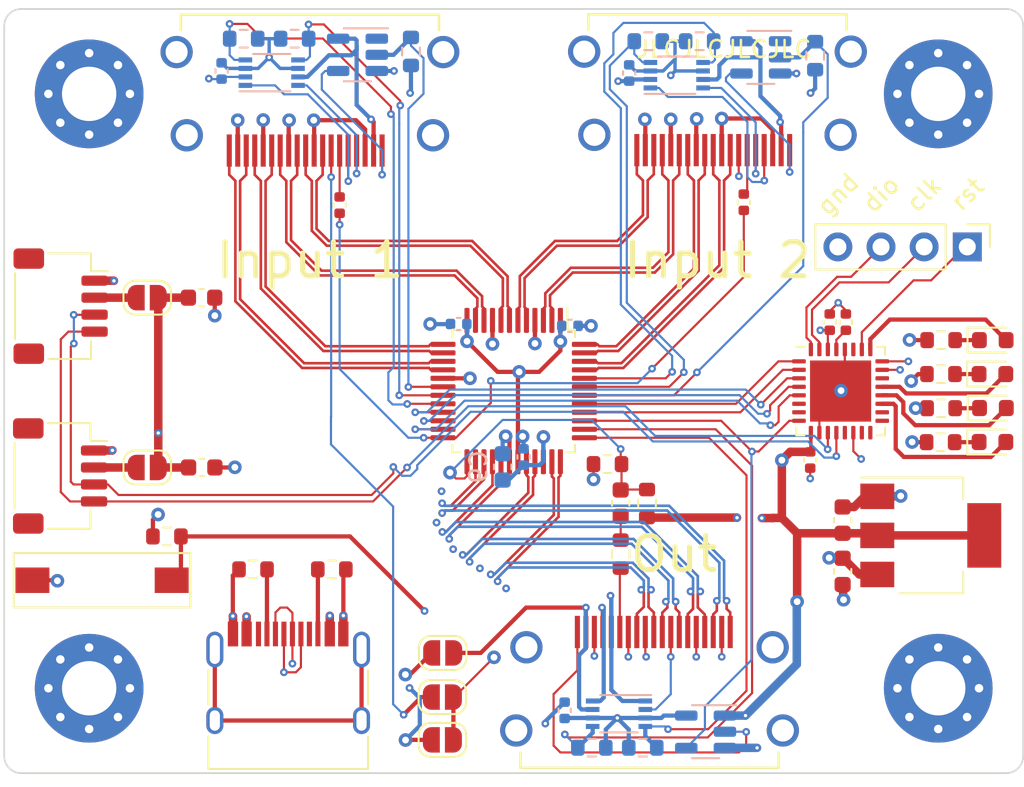
<source format=kicad_pcb>
(kicad_pcb (version 20211014) (generator pcbnew)
  (layers (0 "F.Cu" signal) (1 "In1.Cu" signal) (2 "In2.Cu" signal) (31 "B.Cu" signal) (34 "B.Paste" user) (35 "F.Paste" user) (36 "B.SilkS" user "B.Silkscreen") (37 "F.SilkS" user "F.Silkscreen") (38 "B.Mask" user) (39 "F.Mask" user) (44 "Edge.Cuts" user))
  (net 0 "")
  (net 1 "/OUT_HPD")
  (net 2 "/OUT_SDA")
  (net 3 "/OUT_SCL")
  (net 4 "+1V0")
  (net 5 "+3V3")
  (net 6 "/IN1_SCL")
  (net 7 "/IN1_SDA")
  (net 8 "/OUT_CEC")
  (net 9 "/ARC_IN")
  (net 10 "/IN1_HPD")
  (net 11 "/IN2_SCL")
  (net 12 "/IN1_CEC")
  (net 13 "GND")
  (net 14 "/OUT_D2_P")
  (net 15 "/OUT_D2_N")
  (net 16 "/IN2_SDA")
  (net 17 "/OUT_D1_P")
  (net 18 "/OUT_D1_N")
  (net 19 "Net-(C12-Pad2)")
  (net 20 "/IN2_CEC")
  (net 21 "/OUT_D0_P")
  (net 22 "/OUT_D0_N")
  (net 23 "/OUT_CLK_P")
  (net 24 "/OUT_CLK_N")
  (net 25 "/IN1_D2_P")
  (net 26 "/IN1_D2_N")
  (net 27 "/IN1_D1_P")
  (net 28 "/IN1_D1_N")
  (net 29 "/IN1_D0_P")
  (net 30 "/IN1_D0_N")
  (net 31 "/IN1_CLK_P")
  (net 32 "/IN1_CLK_N")
  (net 33 "/IN2_D2_P")
  (net 34 "/IN2_D2_N")
  (net 35 "/IN2_D1_P")
  (net 36 "/IN2_D1_N")
  (net 37 "/IN2_D0_P")
  (net 38 "/IN2_D0_N")
  (net 39 "/IN2_CLK_P")
  (net 40 "/IN2_CLK_N")
  (net 41 "/OEB")
  (net 42 "/SEL1")
  (net 43 "Net-(C13-Pad2)")
  (net 44 "/ARC_OUT")
  (net 45 "/EQ_S0")
  (net 46 "/OC_S0")
  (net 47 "/ROUT_S0")
  (net 48 "+5V")
  (net 49 "+1V2")
  (net 50 "Net-(D1-Pad1)")
  (net 51 "/led0")
  (net 52 "/nrst")
  (net 53 "/swclk")
  (net 54 "/swdio")
  (net 63 "/USB_D-")
  (net 64 "/USB_D+")
  (net 65 "Net-(J5-PadA5)")
  (net 67 "Net-(J5-PadB5)")
  (net 69 "unconnected-(J5-PadS1)")
  (net 70 "Net-(J6-Pad2)")
  (net 71 "/qwiic_sda")
  (net 72 "/qwiic_scl")
  (net 73 "Net-(J7-Pad2)")
  (net 74 "Net-(D2-Pad1)")
  (net 75 "/led1")
  (net 76 "Net-(D3-Pad1)")
  (net 77 "/led2")
  (net 78 "Net-(D4-Pad1)")
  (net 79 "/led3")
  (net 81 "/IN2_HPD")
  (net 82 "Net-(C14-Pad2)")
  (net 83 "Net-(C12-Pad1)")
  (net 84 "/OUT_SCL_3V3")
  (net 85 "/OUT_SDA_3V3")
  (net 86 "/IN1_SCL_3V3")
  (net 87 "/IN1_SDA_3V3")
  (net 88 "/IN2_HPD_3V3")
  (net 89 "/IN2_SCL_3V3")
  (net 90 "/IN2_SDA_3V3")
  (net 91 "/IN1_HPD_3V3")
  (net 92 "/OUT_HPD_3V3")
  (net 93 "/OUT_HDMI_5V")
  (net 94 "/IN1_HDMI_5V")
  (net 95 "/IN2_HDMI_5V")
  (net 96 "/button")
  (footprint "MountingHole:MountingHole_3.2mm_M3_Pad_Via" (layer "F.Cu") (at 79.4 124.3)
    (fp_text reference "H3" hide)
    (fp_text value "MountingHole_Pad" hide)
  )
  (footprint "Capacitor_SMD:C_0603_1608Metric" (layer "F.Cu") (at 123.77 117.42 -90)
    (fp_text reference "C1" hide)
    (fp_text value "10u")
  )
  (footprint "Resistor_SMD:R_0603_1608Metric" (layer "F.Cu") (at 109.925 111.1 180)
    (fp_text reference "R9" hide)
    (fp_text value "9k")
  )
  (footprint "Jumper:SolderJumper-2_P1.3mm_Open_RoundedPad1.0x1.5mm" (layer "F.Cu") (at 100.2 124.82)
    (fp_text reference "JP3" hide)
    (fp_text value "Jumper_2_Open" hide)
  )
  (footprint "Jumper:SolderJumper-2_P1.3mm_Open_RoundedPad1.0x1.5mm" (layer "F.Cu") (at 82.82 101.3)
    (fp_text reference "JP2" hide)
    (fp_text value "Jumper_2_Bridged")
  )
  (footprint "MountingHole:MountingHole_3.2mm_M3_Pad_Via" (layer "F.Cu") (at 79.4 89.3)
    (fp_text reference "H2" hide)
    (fp_text value "MountingHole_Pad" hide)
  )
  (footprint "Capacitor_SMD:C_0603_1608Metric" (layer "F.Cu") (at 86.02 101.3)
    (fp_text reference "C11" hide)
    (fp_text value "10u")
  )
  (footprint "Capacitor_SMD:C_0402_1005Metric" (layer "F.Cu") (at 123.96 102.74 90)
    (fp_text reference "C4" hide)
    (fp_text value "100n" hide)
  )
  (footprint "Package_TO_SOT_SMD:SOT-223-3_TabPin2" (layer "F.Cu") (at 128.96 115.3)
    (fp_text reference "U4" hide)
    (fp_text value "AMS1117-3.3")
  )
  (footprint "Capacitor_SMD:C_0402_1005Metric" (layer "F.Cu") (at 117.95 95.68 90)
    (fp_text reference "C14" hide)
    (fp_text value "100n???")
  )
  (footprint "Capacitor_SMD:C_0603_1608Metric" (layer "F.Cu") (at 110.7 113.4 90)
    (fp_text reference "C12" hide)
    (fp_text value "100n??")
  )
  (footprint "MountingHole:MountingHole_3.2mm_M3_Pad_Via" (layer "F.Cu") (at 129.4 89.3)
    (fp_text reference "H4" hide)
    (fp_text value "MountingHole_Pad" hide)
  )
  (footprint "stary:HDMI-SS-53000" (layer "F.Cu") (at 92.4 91.7375)
    (fp_text reference "J2" hide)
    (fp_text value "HDMI_A")
  )
  (footprint "Capacitor_SMD:C_0603_1608Metric" (layer "F.Cu") (at 86.03 111.3)
    (fp_text reference "C10" hide)
    (fp_text value "10u")
  )
  (footprint "Resistor_SMD:R_0603_1608Metric" (layer "F.Cu") (at 93.69 117.3)
    (fp_text reference "R3" hide)
    (fp_text value "5.1k")
  )
  (footprint "stary:HDMI-SS-53000" (layer "F.Cu") (at 112.4 121.8875 180)
    (fp_text reference "J1" hide)
    (fp_text value "HDMI_A")
  )
  (footprint "Capacitor_SMD:C_0402_1005Metric" (layer "F.Cu") (at 123.01 102.74 90)
    (fp_text reference "C2" hide)
    (fp_text value "100n" hide)
  )
  (footprint "Package_QFP:LQFP-48_7x7mm_P0.5mm" (layer "F.Cu") (at 104.4 106.8 -90)
    (fp_text reference "U1" hide)
    (fp_text value "PI3HDX621")
  )
  (footprint "LED_SMD:LED_0603_1608Metric" (layer "F.Cu") (at 132.61 103.8)
    (fp_text reference "D1" hide)
    (fp_text value "LED_Small" hide)
  )
  (footprint "Jumper:SolderJumper-2_P1.3mm_Open_RoundedPad1.0x1.5mm" (layer "F.Cu") (at 82.82 111.3)
    (fp_text reference "JP1" hide)
    (fp_text value "Jumper_2_Bridged")
  )
  (footprint "MountingHole:MountingHole_3.2mm_M3_Pad_Via" (layer "F.Cu") (at 129.4 124.3)
    (fp_text reference "H1" hide)
    (fp_text value "MountingHole_Pad" hide)
  )
  (footprint "Capacitor_SMD:C_0402_1005Metric" (layer "F.Cu") (at 94.15 95.85 90)
    (fp_text reference "C13" hide)
    (fp_text value "100n???")
  )
  (footprint "Connector_PinHeader_2.54mm:PinHeader_1x04_P2.54mm_Vertical" (layer "F.Cu") (at 131.11 98.31 -90)
    (fp_text reference "J4" hide)
    (fp_text value "Conn_01x04_Male" hide)
  )
  (footprint "Resistor_SMD:R_0603_1608Metric" (layer "F.Cu") (at 129.57 103.8)
    (fp_text reference "R1" hide)
    (fp_text value "R_Small" hide)
  )
  (footprint "Resistor_SMD:R_0603_1608Metric" (layer "F.Cu") (at 110.7 116.4 90)
    (fp_text reference "R7" hide)
    (fp_text value "R_Small")
  )
  (footprint "LED_SMD:LED_0603_1608Metric" (layer "F.Cu") (at 132.59 105.8)
    (fp_text reference "D2" hide)
    (fp_text value "LED_Small" hide)
  )
  (footprint "Connector_JST:JST_SH_SM04B-SRSS-TB_1x04-1MP_P1.00mm_Horizontal" (layer "F.Cu") (at 77.72 101.8 -90)
    (fp_text reference "J7" hide)
    (fp_text value "Conn_01x04_Female" hide)
  )
  (footprint "Resistor_SMD:R_0603_1608Metric" (layer "F.Cu") (at 83.98 115.36)
    (fp_text reference "R18" hide)
    (fp_text value "10k")
  )
  (footprint "Resistor_SMD:R_0603_1608Metric" (layer "F.Cu") (at 129.54 109.81)
    (fp_text reference "R6" hide)
    (fp_text value "R_Small" hide)
  )
  (footprint "Capacitor_SMD:C_0402_1005Metric" (layer "F.Cu") (at 121.86 110.86 -90)
    (fp_text reference "C3" hide)
    (fp_text value "100n")
  )
  (footprint "Capacitor_SMD:C_0603_1608Metric" (layer "F.Cu") (at 123.77 114.4 90)
    (fp_text reference "C5" hide)
    (fp_text value "10u")
  )
  (footprint "Resistor_SMD:R_0603_1608Metric" (layer "F.Cu") (at 112.25 113.425 90)
    (fp_text reference "R8" hide)
    (fp_text value "12k")
  )
  (footprint "Resistor_SMD:R_0603_1608Metric" (layer "F.Cu") (at 89.05 117.3 180)
    (fp_text reference "R2" hide)
    (fp_text value "5.1k")
  )
  (footprint "Resistor_SMD:R_0603_1608Metric" (layer "F.Cu") (at 129.57 107.81)
    (fp_text reference "R5" hide)
    (fp_text value "R_Small" hide)
  )
  (footprint "LED_SMD:LED_0603_1608Metric" (layer "F.Cu") (at 132.62 107.8)
    (fp_text reference "D3" hide)
    (fp_text value "LED_Small" hide)
  )
  (footprint "stary:PTS636" (layer "F.Cu") (at 80.16 117.94)
    (fp_text reference "SW1" hide)
    (fp_text value "SW_Push")
  )
  (footprint "Connector_USB:USB_C_Receptacle_HRO_TYPE-C-31-M-12" (layer "F.Cu") (at 91.12 125.15)
    (fp_text reference "J5" hide)
    (fp_text value "USB_C_Receptacle_USB2.0" hide)
  )
  (footprint "Jumper:SolderJumper-2_P1.3mm_Open_RoundedPad1.0x1.5mm" (layer "F.Cu") (at 100.2 127.34)
    (fp_text reference "JP4" hide)
    (fp_text value "Jumper_2_Open" hide)
  )
  (footprint "Package_DFN_QFN:QFN-32-1EP_5x5mm_P0.5mm_EP3.6x3.6mm" (layer "F.Cu") (at 123.65 106.8)
    (fp_text reference "U3" hide)
    (fp_text value "ATSAMD21E15A-M" hide)
  )
  (footprint "stary:HDMI-SS-53000" (layer "F.Cu") (at 116.4 91.7125)
    (fp_text reference "J3" hide)
    (fp_text value "HDMI_A")
  )
  (footprint "Jumper:SolderJumper-2_P1.3mm_Open_RoundedPad1.0x1.5mm" (layer "F.Cu") (at 100.22 122.22)
    (fp_text reference "JP5" hide)
    (fp_text value "Jumper_2_Open")
  )
  (footprint "Connector_JST:JST_SH_SM04B-SRSS-TB_1x04-1MP_P1.00mm_Horizontal" (layer "F.Cu") (at 77.69 111.8 -90)
    (fp_text reference "J6" hide)
    (fp_text value "Conn_01x04_Female" hide)
  )
  (footprint "Resistor_SMD:R_0603_1608Metric" (layer "F.Cu") (at 129.56 105.8)
    (fp_text reference "R4" hide)
    (fp_text value "R_Small" hide)
  )
  (footprint "LED_SMD:LED_0603_1608Metric" (layer "F.Cu") (at 132.5925 109.8)
    (fp_text reference "D4" hide)
    (fp_text value "LED_Small" hide)
  )
  (footprint "Capacitor_SMD:C_0402_1005Metric" (layer "B.Cu") (at 111.2 88.07 -90)
    (fp_text reference "C16" hide)
    (fp_text value "100n")
  )
  (footprint "Package_SO:VSSOP-8_2.3x2mm_P0.5mm" (layer "B.Cu") (at 110.6 125.8 180)
    (fp_text reference "U7" hide)
    (fp_text value "TXS0102DCU")
  )
  (footprint "Package_TO_SOT_SMD:SOT-23-5" (layer "B.Cu") (at 118.95 87.15 180)
    (fp_text reference "U6" hide)
    (fp_text value "74LVC1G07")
  )
  (footprint "Capacitor_SMD:C_0603_1608Metric" (layer "B.Cu") (at 103.75 111.265 -90)
    (fp_text reference "C9")
    (fp_text value "100n")
  )
  (footprint "Capacitor_SMD:C_0402_1005Metric" (layer "B.Cu") (at 104.98 110.68 -90)
    (fp_text reference "C6" hide)
    (fp_text value "100n")
  )
  (footprint "Resistor_SMD:R_0603_1608Metric" (layer "B.Cu") (at 112.325 86.2 180)
    (fp_text reference "R17" hide)
    (fp_text value "47k")
  )
  (footprint "Capacitor_SMD:C_0402_1005Metric" (layer "B.Cu") (at 107.4 125.6 90)
    (fp_text reference "C17" hide)
    (fp_text value "100n")
  )
  (footprint "Capacitor_SMD:C_0402_1005Metric" (layer "B.Cu") (at 107.71 102.96)
    (fp_text reference "C8" hide)
    (fp_text value "100n")
  )
  (footprint "Package_SO:VSSOP-8_2.3x2mm_P0.5mm" (layer "B.Cu") (at 114 88.2)
    (fp_text reference "U9" hide)
    (fp_text value "TXS0102DCU")
  )
  (footprint "Resistor_SMD:R_0603_1608Metric" (layer "B.Cu") (at 112 127.8)
    (fp_text reference "R12" hide)
    (fp_text value "1.5k")
  )
  (footprint "Resistor_SMD:R_0603_1608Metric" (layer "B.Cu") (at 91.5 86.05)
    (fp_text reference "R13" hide)
    (fp_text value "47k")
  )
  (footprint "Package_TO_SOT_SMD:SOT-23-5" (layer "B.Cu") (at 95.2 87 180)
    (fp_text reference "U5" hide)
    (fp_text value "74LVC1G07")
  )
  (footprint "Resistor_SMD:R_0603_1608Metric" (layer "B.Cu") (at 88.5 86.05 180)
    (fp_text reference "R14" hide)
    (fp_text value "47k")
  )
  (footprint "Package_TO_SOT_SMD:SOT-23-5" (layer "B.Cu") (at 115.7 126.86 180)
    (fp_text reference "U2" hide)
    (fp_text value "74LVC1G125")
  )
  (footprint "Package_SO:VSSOP-8_2.3x2mm_P0.5mm" (layer "B.Cu") (at 90.15 88.05)
    (fp_text reference "U8" hide)
    (fp_text value "TXS0102DCU")
  )
  (footprint "Capacitor_SMD:C_0402_1005Metric" (layer "B.Cu") (at 87.2 87.95 -90)
    (fp_text reference "C15" hide)
    (fp_text value "100n")
  )
  (footprint "Resistor_SMD:R_0603_1608Metric" (layer "B.Cu") (at 98.35 86.8 90)
    (fp_text reference "R10" hide)
    (fp_text value "10k")
  )
  (footprint "Capacitor_SMD:C_0402_1005Metric" (layer "B.Cu") (at 101.16 102.85 180)
    (fp_text reference "C7" hide)
    (fp_text value "100n")
  )
  (footprint "Resistor_SMD:R_0603_1608Metric" (layer "B.Cu") (at 122.15 87.05 90)
    (fp_text reference "R15" hide)
    (fp_text value "10k")
  )
  (footprint "Resistor_SMD:R_0603_1608Metric" (layer "B.Cu") (at 115.35 86.2)
    (fp_text reference "R16" hide)
    (fp_text value "47k")
  )
  (footprint "Resistor_SMD:R_0603_1608Metric" (layer "B.Cu") (at 109 127.8 180)
    (fp_text reference "R11" hide)
    (fp_text value "1.5k")
  )
  (gr_line (start 134.4 128.3) (end 134.4 85.3) (layer "Edge.Cuts") (width 0.1))
  (gr_arc (start 134.4 128.3) (mid 134.107107 129.007107) (end 133.4 129.3) (layer "Edge.Cuts") (width 0.1))
  (gr_arc (start 75.4 129.3) (mid 74.692893 129.007107) (end 74.4 128.3) (layer "Edge.Cuts") (width 0.1))
  (gr_arc (start 133.4 84.3) (mid 134.107107 84.592893) (end 134.4 85.3) (layer "Edge.Cuts") (width 0.1))
  (gr_line (start 74.4 85.3) (end 74.4 128.3) (layer "Edge.Cuts") (width 0.1))
  (gr_line (start 75.4 129.3) (end 133.4 129.3) (layer "Edge.Cuts") (width 0.1))
  (gr_arc (start 74.4 85.3) (mid 74.692893 84.592893) (end 75.4 84.3) (layer "Edge.Cuts") (width 0.1))
  (gr_line (start 75.4 84.3) (end 133.4 84.3) (layer "Edge.Cuts") (width 0.1))
  (gr_text "gnd" (at 123.49 95.2 45) (layer "F.SilkS") (effects (font (size 1 1))))
  (gr_text "JLCJLCJLCJLC" (at 116.78 86.67) (layer "F.SilkS") (effects (font (size 1 1))))
  (gr_text "Input 1" (at 92.4 99.1) (layer "F.SilkS") (effects (font (size 2 2) (thickness 0.3))))
  (gr_text "Input 2\n" (at 116.4 99.1) (layer "F.SilkS") (effects (font (size 2 2) (thickness 0.3))))
  (gr_text "rst" (at 131.11 95.2 45) (layer "F.SilkS") (effects (font (size 1 1))))
  (gr_text "clk" (at 128.57 95.2 45) (layer "F.SilkS") (effects (font (size 1 1))))
  (gr_text "dio" (at 126.03 95.2 45) (layer "F.SilkS") (effects (font (size 1 1))))
  (gr_text "Out" (at 113.85 116.4) (layer "F.SilkS") (effects (font (size 2 2) (thickness 0.3))))
  (segment (start 118.09 127.65) (end 118.09 126.87) (width 0.127) (layer "F.Cu") (net 1))
  (segment (start 117.66 128.08) (end 118.09 127.65) (width 0.127) (layer "F.Cu") (net 1))
  (segment (start 106.75 127.68) (end 107.15 128.08) (width 0.127) (layer "F.Cu") (net 1))
  (segment (start 108.15 123.246682) (end 106.75 124.646682) (width 0.127) (layer "F.Cu") (net 1))
  (segment (start 107.15 128.08) (end 117.66 128.08) (width 0.127) (layer "F.Cu") (net 1))
  (segment (start 106.75 124.646682) (end 106.75 127.68) (width 0.127) (layer "F.Cu") (net 1))
  (segment (start 108.15 120.9875) (end 108.15 123.246682) (width 0.127) (layer "F.Cu") (net 1))
  (via (at 118.09 126.87) (size 0.45) (drill 0.2) (layers "F.Cu" "B.Cu") (net 1))
  (segment (start 116.8375 126.86) (end 118.08 126.86) (width 0.127) (layer "B.Cu") (net 1))
  (segment (start 118.08 126.86) (end 118.09 126.87) (width 0.127) (layer "B.Cu") (net 1))
  (segment (start 109.65 119.6) (end 109.6 119.55) (width 0.25) (layer "F.Cu") (net 2))
  (segment (start 109.65 120.9875) (end 109.65 119.6) (width 0.25) (layer "F.Cu") (net 2))
  (via (at 109.6 119.55) (size 0.45) (drill 0.2) (layers "F.Cu" "B.Cu") (net 2))
  (segment (start 109.7 119.65) (end 109.7 124.85) (width 0.25) (layer "B.Cu") (net 2))
  (segment (start 109.7 124.85) (end 109.5 125.05) (width 0.25) (layer "B.Cu") (net 2))
  (segment (start 109.6 119.55) (end 109.7 119.65) (width 0.25) (layer "B.Cu") (net 2))
  (segment (start 109.5 125.05) (end 109.05 125.05) (width 0.25) (layer "B.Cu") (net 2))
  (segment (start 110.15 118.9) (end 110.1 118.85) (width 0.25) (layer "F.Cu") (net 3))
  (segment (start 110.15 120.9875) (end 110.15 118.9) (width 0.25) (layer "F.Cu") (net 3))
  (via (at 110.1 118.85) (size 0.45) (drill 0.2) (layers "F.Cu" "B.Cu") (net 3))
  (segment (start 110.8 125.05) (end 112.15 125.05) (width 0.25) (layer "B.Cu") (net 3))
  (segment (start 110.15 118.9) (end 110.15 124.4) (width 0.25) (layer "B.Cu") (net 3))
  (segment (start 110.15 124.4) (end 110.8 125.05) (width 0.25) (layer "B.Cu") (net 3))
  (segment (start 110.1 118.85) (end 110.15 118.9) (width 0.25) (layer "B.Cu") (net 3))
  (segment (start 104.15 110.9625) (end 104.15 109.6845) (width 0.25) (layer "F.Cu") (net 4))
  (segment (start 104.15 109.6845) (end 103.9255 109.46) (width 0.25) (layer "F.Cu") (net 4))
  (via (at 103.9255 109.46) (size 0.8) (drill 0.4) (layers "F.Cu" "B.Cu") (net 4))
  (segment (start 103.9255 109.46) (end 103.75 109.6355) (width 0.25) (layer "B.Cu") (net 4))
  (segment (start 103.75 109.6355) (end 103.75 110.49) (width 0.25) (layer "B.Cu") (net 4))
  (segment (start 104.72 105.67) (end 104.65 105.74) (width 0.25) (layer "F.Cu") (net 5))
  (segment (start 121.9 110.34) (end 121.86 110.38) (width 0.127) (layer "F.Cu") (net 5))
  (segment (start 85.255 111.3) (end 83.47 111.3) (width 0.5) (layer "F.Cu") (net 5))
  (segment (start 122.455 103.22) (end 123.01 103.22) (width 0.127) (layer "F.Cu") (net 5))
  (segment (start 123.77 115.175) (end 121.095 115.175) (width 0.5) (layer "F.Cu") (net 5))
  (segment (start 104.65 109.746113) (end 104.92494 109.471173) (width 0.25) (layer "F.Cu") (net 5))
  (segment (start 123.77 115.175) (end 125.685 115.175) (width 0.5) (layer "F.Cu") (net 5))
  (segment (start 83.155 115.36) (end 83.155 114.375) (width 0.25) (layer "F.Cu") (net 5))
  (segment (start 122.9 103.33) (end 123.01 103.22) (width 0.127) (layer "F.Cu") (net 5))
  (segment (start 121.9 109.25) (end 121.9 110.34) (width 0.2) (layer "F.Cu") (net 5))
  (segment (start 104.65 105.74) (end 104.65 110.9625) (width 0.25) (layer "F.Cu") (net 5))
  (segment (start 104.65 110.9625) (end 104.65 109.746113) (width 0.25) (layer "F.Cu") (net 5))
  (segment (start 107.15 102.6375) (end 107.15 103.88) (width 0.25) (layer "F.Cu") (net 5))
  (segment (start 85.245 101.3) (end 83.47 101.3) (width 0.5) (layer "F.Cu") (net 5))
  (segment (start 125.685 115.175) (end 125.81 115.3) (width 0.5) (layer "F.Cu") (net 5))
  (segment (start 125.81 115.3) (end 132.11 115.3) (width 0.5) (layer "F.Cu") (net 5))
  (segment (start 120.68 110.38) (end 120.19 110.87) (width 0.5) (layer "F.Cu") (net 5))
  (segment (start 105.9 105.67) (end 107.15 104.42) (width 0.25) (layer "F.Cu") (net 5))
  (segment (start 83.155 114.375) (end 83.46 114.07) (width 0.25) (layer "F.Cu") (net 5))
  (segment (start 104.72 105.67) (end 103.45 105.67) (width 0.25) (layer "F.Cu") (net 5))
  (segment (start 103.45 105.67) (end 101.65 103.87) (width 0.25) (layer "F.Cu") (net 5))
  (segment (start 119.64 114.28) (end 119.65 114.27) (width 0.5) (layer "F.Cu") (net 5))
  (segment (start 120.68 110.38) (end 121.86 110.38) (width 0.5) (layer "F.Cu") (net 5))
  (segment (start 101.65 102.6375) (end 101.65 103.87) (width 0.25) (layer "F.Cu") (net 5))
  (segment (start 122.9 104.35) (end 122.9 103.33) (width 0.127) (layer "F.Cu") (net 5))
  (segment (start 83.47 109.27) (end 83.47 111.3) (width 0.5) (layer "F.Cu") (net 5))
  (segment (start 117.54 114.25) (end 117.55 114.26) (width 0.5) (layer "F.Cu") (net 5))
  (segment (start 121.09 115.17) (end 120.19 114.27) (width 0.5) (layer "F.Cu") (net 5))
  (segment (start 83.47 103.88) (end 83.47 109.27) (width 0.5) (layer "F.Cu") (net 5))
  (segment (start 121.095 115.175) (end 121.09 115.17) (width 0.5) (layer "F.Cu") (net 5))
  (segment (start 83.47 101.3) (end 83.47 103.88) (width 0.5) (layer "F.Cu") (net 5))
  (segment (start 120.19 110.87) (end 120.19 114.27) (width 0.5) (layer "F.Cu") (net 5))
  (segment (start 104.72 105.67) (end 105.9 105.67) (width 0.25) (layer "F.Cu") (net 5))
  (segment (start 119.01 114.28) (end 119.64 114.28) (width 0.5) (layer "F.Cu") (net 5))
  (segment (start 119.65 114.27) (end 120.19 114.27) (width 0.5) (layer "F.Cu") (net 5))
  (segment (start 112.25 114.25) (end 117.54 114.25) (width 0.5) (layer "F.Cu") (net 5))
  (segment (start 107.15 104.42) (end 107.15 103.88) (width 0.25) (layer "F.Cu") (net 5))
  (segment (start 121.09 119.2) (end 121.09 115.17) (width 0.5) (layer "F.Cu") (net 5))
  (via (at 110.5 126.05) (size 0.45) (drill 0.2) (layers "F.Cu" "B.Cu") (net 5))
  (via (at 90 87.15) (size 0.45) (drill 0.2) (layers "F.Cu" "B.Cu") (net 5))
  (via (at 117.55 114.26) (size 0.45) (drill 0.2) (layers "F.Cu" "B.Cu") (net 5))
  (via (at 118.05 125.91) (size 0.45) (drill 0.2) (layers "F.Cu" "B.Cu") (net 5))
  (via (at 98.3 89.25) (size 0.45) (drill 0.2) (layers "F.Cu" "B.Cu") (net 5))
  (via (at 83.46 114.07) (size 0.8) (drill 0.4) (layers "F.Cu" "B.Cu") (net 5))
  (via (at 104.72 105.67) (size 0.8) (drill 0.4) (layers "F.Cu" "B.Cu") (net 5))
  (via (at 122.455 103.22) (size 0.45) (drill 0.2) (layers "F.Cu" "B.Cu") (net 5))
  (via (at 120.19 110.87) (size 0.8) (drill 0.4) (layers "F.Cu" "B.Cu") (net 5))
  (via (at 121.88 89.25) (size 0.45) (drill 0.2) (layers "F.Cu" "B.Cu") (net 5))
  (via (at 104.92494 109.471173) (size 0.8) (drill 0.4) (layers "F.Cu" "B.Cu") (net 5))
  (via (at 107.15 103.88) (size 0.8) (drill 0.4) (layers "F.Cu" "B.Cu") (net 5))
  (via (at 113.65 88.21) (size 0.45) (drill 0.2) (layers "F.Cu" "B.Cu") (net 5))
  (via (at 121.09 119.2) (size 0.8) (drill 0.4) (layers "F.Cu" "B.Cu") (net 5))
  (via (at 83.47 109.27) (size 0.45) (drill 0.2) (layers "F.Cu" "B.Cu") (net 5))
  (via (at 101.65 103.87) (size 0.8) (drill 0.4) (layers "F.Cu" "B.Cu") (net 5))
  (via (at 119.01 114.28) (size 0.45) (drill 0.2) (layers "F.Cu" "B.Cu") (net 5))
  (segment (start 111.175 127.8) (end 111.175 126.725) (width 0.25) (layer "B.Cu") (net 5))
  (segment (start 113.2 87.95) (end 113.9 87.25) (width 0.2) (layer "B.Cu") (net 5))
  (segment (start 89.35 87.8) (end 90 87.15) (width 0.2) (layer "B.Cu") (net 5))
  (segment (start 113.9 87.25) (end 113.9 86.2) (width 0.2) (layer "B.Cu") (net 5))
  (segment (start 101.65 103.87) (end 101.65 103.01) (width 0.25) (layer "B.Cu") (net 5))
  (segment (start 113.65 88.21) (end 113.91 87.95) (width 0.2) (layer "B.Cu") (net 5))
  (segment (start 104.98 110.19) (end 104.98 109.526233) (width 0.25) (layer "B.Cu") (net 5))
  (segment (start 121.88 89.25) (end 122.15 88.98) (width 0.25) (layer "B.Cu") (net 5))
  (segment (start 121.07 119.22) (end 121.07 122.89) (width 0.5) (layer "B.Cu") (net 5))
  (segment (start 111.56 87.95) (end 112.45 87.95) (width 0.2) (layer "B.Cu") (net 5))
  (segment (start 112.45 87.95) (end 113.2 87.95) (width 0.2) (layer "B.Cu") (net 5))
  (segment (start 98.35 89.2) (end 98.3 89.25) (width 0.25) (layer "B.Cu") (net 5))
  (segment (start 107.43 126.05) (end 107.4 126.08) (width 0.25) (layer "B.Cu") (net 5))
  (segment (start 90 86.05) (end 90.675 86.05) (width 0.2) (layer "B.Cu") (net 5))
  (segment (start 90 87.15) (end 90 86.05) (width 0.2) (layer "B.Cu") (net 5))
  (segment (start 111.175 126.725) (end 110.5 126.05) (width 0.25) (layer "B.Cu") (net 5))
  (segment (start 113.1 126.05) (end 112.15 126.05) (width 0.25) (layer "B.Cu") (net 5))
  (segment (start 88.6 87.8) (end 89.35 87.8) (width 0.2) (layer "B.Cu") (net 5))
  (segment (start 87.53 87.8) (end 87.2 87.47) (width 0.2) (layer "B.Cu") (net 5))
  (segment (start 113.91 87.95) (end 115.55 87.95) (width 0.2) (layer "B.Cu") (net 5))
  (segment (start 113.9 86.2) (end 113.15 86.2) (width 0.2) (layer "B.Cu") (net 5))
  (segment (start 122.15 88.98) (end 122.15 87.875) (width 0.25) (layer "B.Cu") (net 5))
  (segment (start 109.825 127.8) (end 109.825 126.725) (width 0.25) (layer "B.Cu") (net 5))
  (segment (start 89.325 86.05) (end 90 86.05) (width 0.2) (layer "B.Cu") (net 5))
  (segment (start 111.2 87.59) (end 111.56 87.95) (width 0.2) (layer "B.Cu") (net 5))
  (segment (start 113.24 125.91) (end 113.1 126.05) (width 0.25) (layer "B.Cu") (net 5))
  (segment (start 113.65 88.21) (end 113.9 87.96) (width 0.2) (layer "B.Cu") (net 5))
  (segment (start 109.825 126.725) (end 110.5 126.05) (width 0.25) (layer "B.Cu") (net 5))
  (segment (start 116.8375 125.91) (end 118.05 125.91) (width 0.5) (layer "B.Cu") (net 5))
  (segment (start 101.65 103.01) (end 101.5 102.86) (width 0.25) (layer "B.Cu") (net 5))
  (segment (start 88.6 87.8) (end 87.53 87.8) (width 0.2) (layer "B.Cu") (net 5))
  (segment (start 121.09 119.2) (end 121.07 119.22) (width 0.5) (layer "B.Cu") (net 5))
  (segment (start 90.65 87.8) (end 90 87.15) (width 0.2) (layer "B.Cu") (net 5))
  (segment (start 114.525 86.2) (end 113.9 86.2) (width 0.2) (layer "B.Cu") (net 5))
  (segment (start 107.15 103.88) (end 107.15 102.95) (width 0.25) (layer "B.Cu") (net 5))
  (segment (start 121.07 122.89) (end 118.05 125.91) (width 0.5) (layer "B.Cu") (net 5))
  (segment (start 112.15 126.05) (end 110.5 126.05) (width 0.25) (layer "B.Cu") (net 5))
  (segment (start 113.9 87.96) (end 113.9 87.25) (width 0.2) (layer "B.Cu") (net 5))
  (segment (start 109.05 126.05) (end 107.43 126.05) (width 0.25) (layer "B.Cu") (net 5))
  (segment (start 110.5 126.05) (end 109.05 126.05) (width 0.25) (layer "B.Cu") (net 5))
  (segment (start 91.7 87.8) (end 90.65 87.8) (width 0.2) (layer "B.Cu") (net 5))
  (segment (start 98.35 87.625) (end 98.35 89.2) (width 0.25) (layer "B.Cu") (net 5))
  (segment (start 114.5625 125.91) (end 113.24 125.91) (width 0.25) (layer "B.Cu") (net 5))
  (segment (start 104.98 109.526233) (end 104.92494 109.471173) (width 0.25) (layer "B.Cu") (net 5))
  (segment (start 94.65 94.43) (end 94.66 94.44) (width 0.127) (layer "F.Cu") (net 6))
  (segment (start 94.65 92.6375) (end 94.65 94.43) (width 0.127) (layer "F.Cu") (net 6))
  (via (at 94.66 94.44) (size 0.45) (drill 0.2) (layers "F.Cu" "B.Cu") (net 6))
  (segment (start 90.875 89.325) (end 90.35 88.8) (width 0.127) (layer "B.Cu") (net 6))
  (segment (start 92.275 89.325) (end 90.875 89.325) (width 0.127) (layer "B.Cu") (net 6))
  (segment (start 94.66 91.71) (end 92.275 89.325) (width 0.127) (layer "B.Cu") (net 6))
  (segment (start 94.66 94.44) (end 94.66 91.71) (width 0.127) (layer "B.Cu") (net 6))
  (segment (start 90.35 88.8) (end 88.6 88.8) (width 0.127) (layer "B.Cu") (net 6))
  (segment (start 95.15 93.99) (end 95.15 92.6375) (width 0.127) (layer "F.Cu") (net 7))
  (via (at 95.15 93.99) (size 0.45) (drill 0.2) (layers "F.Cu" "B.Cu") (net 7))
  (segment (start 95.15 91.85) (end 95.15 92) (width 0.127) (layer "B.Cu") (net 7))
  (segment (start 92.212448 88.8) (end 94.856224 91.443776) (width 0.127) (layer "B.Cu") (net 7))
  (segment (start 95.15 92) (end 95.15 91.737552) (width 0.127) (layer "B.Cu") (net 7))
  (segment (start 95.15 91.737552) (end 94.756224 91.343776) (width 0.127) (layer "B.Cu") (net 7))
  (segment (start 95.15 92) (end 95.15 93.99) (width 0.127) (layer "B.Cu") (net 7))
  (segment (start 91.7 88.8) (end 92.212448 88.8) (width 0.127) (layer "B.Cu") (net 7))
  (segment (start 103.24 122.48) (end 100.9 124.82) (width 0.127) (layer "F.Cu") (net 8))
  (segment (start 100.85 127.34) (end 100.85 124.82) (width 0.25) (layer "F.Cu") (net 8))
  (segment (start 100.9 124.82) (end 100.85 124.82) (width 0.127) (layer "F.Cu") (net 8))
  (segment (start 111.15 120.9875) (end 111.15 122.45) (width 0.127) (layer "F.Cu") (net 8))
  (via (at 103.24 122.48) (size 0.8) (drill 0.4) (layers "F.Cu" "B.Cu") (net 8))
  (via (at 111.15 122.45) (size 0.45) (drill 0.2) (layers "F.Cu" "B.Cu") (net 8))
  (segment (start 110.65 117.275) (end 110.7 117.225) (width 0.127) (layer "F.Cu") (net 9))
  (segment (start 110.65 120.9875) (end 110.65 117.275) (width 0.127) (layer "F.Cu") (net 9))
  (segment (start 96.65 92.6375) (end 96.65 94.06) (width 0.127) (layer "F.Cu") (net 10))
  (via (at 96.65 94.06) (size 0.45) (drill 0.2) (layers "F.Cu" "B.Cu") (net 10))
  (segment (start 93.1 88.15) (end 93.3 87.95) (width 0.127) (layer "B.Cu") (net 10))
  (segment (start 96.65 92.6) (end 93.1 89.05) (width 0.127) (layer "B.Cu") (net 10))
  (segment (start 93.3 87.95) (end 94.0625 87.95) (width 0.127) (layer "B.Cu") (net 10))
  (segment (start 93.1 89.05) (end 93.1 88.15) (width 0.127) (layer "B.Cu") (net 10))
  (segment (start 96.65 94.06) (end 96.65 92.6) (width 0.127) (layer "B.Cu") (net 10))
  (segment (start 118.65 92.6125) (end 118.65 94) (width 0.127) (layer "F.Cu") (net 11))
  (via (at 118.65 94) (size 0.45) (drill 0.2) (layers "F.Cu" "B.Cu") (net 11))
  (segment (start 118.65 94) (end 118.65 90.98) (width 0.127) (layer "B.Cu") (net 11))
  (segment (start 118.65 90.98) (end 116.62 88.95) (width 0.127) (layer "B.Cu") (net 11))
  (segment (start 116.62 88.95) (end 115.55 88.95) (width 0.127) (layer "B.Cu") (net 11))
  (segment (start 99.55 124.82) (end 98.96 124.82) (width 0.25) (layer "F.Cu") (net 12))
  (segment (start 93.65 94.2) (end 93.65 92.6375) (width 0.127) (layer "F.Cu") (net 12))
  (segment (start 98.96 124.82) (end 97.92 125.86) (width 0.25) (layer "F.Cu") (net 12))
  (via (at 97.92 125.86) (size 0.45) (drill 0.2) (layers "F.Cu" "B.Cu") (net 12))
  (via (at 93.65 94.2) (size 0.45) (drill 0.2) (layers "F.Cu" "B.Cu") (net 12))
  (segment (start 93.64 109.94) (end 93.64 108.310844) (width 0.127) (layer "B.Cu") (net 12))
  (segment (start 93.65 108.300844) (end 93.65 94.2) (width 0.127) (layer "B.Cu") (net 12))
  (segment (start 97.3 125.24) (end 97.3 113.6) (width 0.127) (layer "B.Cu") (net 12))
  (segment (start 97.3 113.6) (end 93.64 109.94) (width 0.127) (layer "B.Cu") (net 12))
  (segment (start 97.92 125.86) (end 97.3 125.24) (width 0.127) (layer "B.Cu") (net 12))
  (segment (start 93.64 108.310844) (end 93.65 108.300844) (width 0.127) (layer "B.Cu") (net 12))
  (segment (start 115.15 92.6125) (end 115.15 90.8) (width 0.25) (layer "F.Cu") (net 13))
  (segment (start 128.072651 107.81) (end 128.745 107.81) (width 0.25) (layer "F.Cu") (net 13))
  (segment (start 128.715 109.81) (end 127.87 109.81) (width 0.25) (layer "F.Cu") (net 13))
  (segment (start 89.65 92.6375) (end 89.65 90.84) (width 0.25) (layer "F.Cu") (net 13))
  (segment (start 128.745 103.8) (end 127.72 103.8) (width 0.25) (layer "F.Cu") (net 13))
  (segment (start 113.65 120.9875) (end 113.65 122.45) (width 0.127) (layer "F.Cu") (net 13))
  (segment (start 95.65 91.3875) (end 95.1125 90.85) (width 0.25) (layer "F.Cu") (net 13))
  (segment (start 123.675 106.775) (end 123.65 106.8) (width 0.127) (layer "F.Cu") (net 13))
  (segment (start 109.1 111.1) (end 109.1 112) (width 0.127) (layer "F.Cu") (net 13))
  (segment (start 92.65 90.875) (end 92.625 90.85) (width 0.25) (layer "F.Cu") (net 13))
  (segment (start 122.4 109.25) (end 122.4 108.05) (width 0.127) (layer "F.Cu") (net 13))
  (segment (start 123.9 104.35) (end 123.9 106.55) (width 0.127) (layer "F.Cu") (net 13))
  (segment (start 123.8 119.066) (end 123.824 119.09) (width 0.5) (layer "F.Cu") (net 13))
  (segment (start 123.96 102.26) (end 123.96 102.05) (width 0.127) (layer "F.Cu") (net 13))
  (segment (start 88.225 117.3) (end 87.86 117.665) (width 0.25) (layer "F.Cu") (net 13))
  (segment (start 77.5 117.94) (end 77.53 117.97) (width 0.25) (layer "F.Cu") (net 13))
  (segment (start 76.06 117.94) (end 77.5 117.94) (width 0.25) (layer "F.Cu") (net 13))
  (segment (start 94.515 117.3) (end 94.37 117.445) (width 0.25) (layer "F.Cu") (net 13))
  (segment (start 125.81 113) (end 127.17 113) (width 0.5) (layer "F.Cu") (net 13))
  (segment (start 86.805 111.3) (end 87.97 111.3) (width 0.25) (layer "F.Cu") (net 13))
  (segment (start 103.15 102.6375) (end 103.15 104.025) (width 0.25) (layer "F.Cu") (net 13))
  (segment (start 119.65 92.6125) (end 119.65 91.42) (width 0.25) (layer "F.Cu") (net 13))
  (segment (start 113.65 92.6125) (end 113.65 90.8) (width 0.25) (layer "F.Cu") (net 13))
  (segment (start 121.86 111.34) (end 121.86 111.95) (width 0.127) (layer "F.Cu") (net 13))
  (segment (start 100.2375 106.05) (end 101.825 106.05) (width 0.25) (layer "F.Cu") (net 13))
  (segment (start 112.15 92.6125) (end 112.15 90.825) (width 0.25) (layer "F.Cu") (net 13))
  (segment (start 87.86 117.665) (end 87.86 120.05) (width 0.25) (layer "F.Cu") (net 13))
  (segment (start 116.65 120.9875) (end 116.65 122.45) (width 0.127) (layer "F.Cu") (net 13))
  (segment (start 109.15 120.9875) (end 109.15 122.4) (width 0.127) (layer "F.Cu") (net 13))
  (segment (start 95.1125 90.85) (end 92.625 90.85) (width 0.25) (layer "F.Cu") (net 13))
  (segment (start 127.87 109.81) (end 127.86 109.8) (width 0.25) (layer "F.Cu") (net 13))
  (segment (start 128.0695 107.806849) (end 128.072651 107.81) (width 0.25) (layer "F.Cu") (net 13))
  (segment (start 127.805836 106.213) (end 128.218836 105.8) (width 0.25) (layer "F.Cu") (net 13))
  (segment (start 125.81 113) (end 125.08 113) (width 0.5) (layer "F.Cu") (net 13))
  (segment (start 91.175 90.85) (end 91.15 90.875) (width 0.25) (layer "F.Cu") (net 13))
  (segment (start 112.15 90.825) (end 112.125 90.8) (width 0.25) (layer "F.Cu") (net 13))
  (segment (start 115.15 120.9875) (end 115.15 122.45) (width 0.127) (layer "F.Cu") (net 13))
  (segment (start 86.795 101.3) (end 86.795 102.355) (width 0.25) (layer "F.Cu") (net 13))
  (segment (start 115.15 90.8) (end 115.175 90.775) (width 0.25) (layer "F.Cu") (net 13))
  (segment (start 127.72 103.8) (end 127.71 103.79) (width 0.25) (layer "F.Cu") (net 13))
  (segment (start 124.455 113.625) (end 123.77 113.625) (width 0.5) (layer "F.Cu") (net 13))
  (segment (start 91.15 90.875) (end 91.15 92.6375) (width 0.25) (layer "F.Cu") (net 13))
  (segment (start 94.37 117.445) (end 94.37 120.02) (width 0.25) (layer "F.Cu") (net 13))
  (segment (start 87.97 111.3) (end 87.98 111.29) (width 0.25) (layer "F.Cu") (net 13))
  (segment (start 123.9 106.55) (end 123.675 106.775) (width 0.127) (layer "F.Cu") (net 13))
  (segment (start 106.15 110.9625) (end 106.15 109.5) (width 0.25) (layer "F.Cu") (net 13))
  (segment (start 119.65 91.42) (end 118.98 90.75) (width 0.25) (layer "F.Cu") (net 13))
  (segment (start 112.15 122.4) (end 112.2 122.45) (width 0.127) (layer "F.Cu") (net 13))
  (segment (start 86.795 102.355) (end 86.8 102.36) (width 0.25) (layer "F.Cu") (net 13))
  (segment (start 79.69 110.3) (end 80.76 110.3) (width 0.5) (layer "F.Cu") (net 13))
  (segment (start 88.15 92.6375) (end 88.15 90.85) (width 0.25) (layer "F.Cu") (net 13))
  (segment (start 92.65 92.6375) (end 92.65 90.875) (width 0.25) (layer "F.Cu") (net 13))
  (segment (start 123.96 102.05) (end 123.51 101.6) (width 0.127) (layer "F.Cu") (net 13))
  (segment (start 94.37 121.105) (end 94.37 120.02) (width 0.5) (layer "F.Cu") (net 13))
  (segment (start 123.8 118.195) (end 123.8 119.066) (width 0.5) (layer "F.Cu") (net 13))
  (segment (start 118.98 90.75) (end 116.65 90.75) (width 0.25) (layer "F.Cu") (net 13))
  (segment (start 80.85 100.3) (end 80.86 100.31) (width 0.5) (layer "F.Cu") (net 13))
  (segment (start 123.01 102.26) (end 123.01 102.1) (width 0.127) (layer "F.Cu") (net 13))
  (segment (start 127.17 113) (end 127.19 112.98) (width 0.5) (layer "F.Cu") (net 13))
  (segment (start 125.08 113) (end 124.455 113.625) (width 0.5) (layer "F.Cu") (net 13))
  (segment (start 95.65 92.6375) (end 95.65 91.3875) (width 0.25) (layer "F.Cu") (net 13))
  (segment (start 87.87 120.06) (end 87.86 120.05) (width 0.5) (layer "F.Cu") (net 13))
  (segment (start 123.01 102.1) (end 123.51 101.6) (width 0.127) (layer "F.Cu") (net 13))
  (segment (start 112.15 120.9875) (end 112.15 122.4) (width 0.127) (layer "F.Cu") (net 13))
  (segment (start 105.65 102.6375) (end 105.65 104) (width 0.25) (layer "F.Cu") (net 13))
  (segment (start 80.76 110.3) (end 80.77 110.29) (width 0.5) (layer "F.Cu") (net 13))
  (segment (start 79.72 100.3) (end 80.85 100.3) (width 0.5) (layer "F.Cu") (net 13))
  (segment (start 122.4 108.05) (end 123.65 106.8) (width 0.127) (layer "F.Cu") (net 13))
  (segment (start 87.87 121.105) (end 87.87 120.06) (width 0.5) (layer "F.Cu") (net 13))
  (segment (start 128.218836 105.8) (end 128.735 105.8) (width 0.25) (layer "F.Cu") (net 13))
  (segment (start 116.65 92.6125) (end 116.65 90.75) (width 0.25) (layer "F.Cu") (net 13))
  (via (at 100.15 112.7) (size 0.45) (drill 0.2) (layers "F.Cu" "B.Cu") (net 13))
  (via (at 115.15 122.45) (size 0.45) (drill 0.2) (layers "F.Cu" "B.Cu") (net 13))
  (via (at 87.98 111.29) (size 0.8) (drill 0.4) (layers "F.Cu" "B.Cu") (net 13))
  (via (at 102.41 117.24) (size 0.45) (drill 0.2) (layers "F.Cu" "B.Cu") (net 13))
  (via (at 87.86 120.05) (size 0.45) (drill 0.2) (layers "F.Cu" "B.Cu") (net 13))
  (via (at 92.625 90.85) (size 0.8) (drill 0.4) (layers "F.Cu" "B.Cu") (net 13))
  (via (at 108.95 102.96) (size 0.8) (drill 0.4) (layers "F.Cu" "B.Cu") (net 13))
  (via (at 80.77 110.29) (size 0.45) (drill 0.2) (layers "F.Cu" "B.Cu") (net 13))
  (via (at 101.825 106.05) (size 0.8) (drill 0.4) (layers "F.Cu" "B.Cu") (net 13))
  (via (at 109.15 122.4) (size 0.45) (drill 0.2) (layers "F.Cu" "B.Cu") (net 13))
  (via (at 106.15 109.5) (size 0.8) (drill 0.4) (layers "F.Cu" "B.Cu") (net 13))
  (via (at 116.65 90.75) (size 0.8) (drill 0.4) (layers "F.Cu" "B.Cu") (net 13))
  (via (at 86.45 88.4) (size 0.45) (drill 0.2) (layers "F.Cu" "B.Cu") (net 13))
  (via (at 112.125 90.8) (size 0.8) (drill 0.4) (layers "F.Cu" "B.Cu") (net 13))
  (via (at 123.675 106.775) (size 0.8) (drill 0.4) (layers "F.Cu" "B.Cu") (net 13))
  (via (at 127.86 109.8) (size 0.8) (drill 0.4) (layers "F.Cu" "B.Cu") (net 13))
  (via (at 106.262 126.38) (size 0.45) (drill 0.2) (layers "F.Cu" "B.Cu") (net 13))
  (via (at 100.834288 116.111307) (size 0.45) (drill 0.2) (layers "F.Cu" "B.Cu") (net 13))
  (via (at 127.71 103.79) (size 0.8) (drill 0.4) (layers "F.Cu" "B.Cu") (net 13))
  (via (at 116.65 122.45) (size 0.45) (drill 0.2) (layers "F.Cu" "B.Cu") (net 13))
  (via (at 127.805836 106.213) (size 0.8) (drill 0.4) (layers "F.Cu" "B.Cu") (net 13))
  (via (at 99.854948 114.543244) (size 0.45) (drill 0.2) (layers "F.Cu" "B.Cu") (net 13))
  (via (at 109.1 112) (size 0.8) (drill 0.4) (layers "F.Cu" "B.Cu") (net 13))
  (via (at 86.8 102.36) (size 0.8) (drill 0.4) (layers "F.Cu" "B.Cu") (net 13))
  (via (at 94.37 120.02) (size 0.45) (drill 0.2) (layers "F.Cu" "B.Cu") (net 13))
  (via (at 118.73 127.81) (size 0.45) (drill 0.2) (layers "F.Cu" "B.Cu") (net 13))
  (via (at 91.175 90.85) (size 0.8) (drill 0.4) (layers "F.Cu" "B.Cu") (net 13))
  (via (at 115.175 90.775) (size 0.8) (drill 0.4) (layers "F.Cu" "B.Cu") (net 13))
  (via (at 88.15 90.85) (size 0.8) (drill 0.4) (layers "F.Cu" "B.Cu") (net 13))
  (via (at 105.65 104) (size 0.8) (drill 0.4) (layers "F.Cu" "B.Cu") (net 13))
  (via (at 127.19 112.98) (size 0.8) (drill 0.4) (layers "F.Cu" "B.Cu") (net 13))
  (via (at 110.55 88.55) (size 0.45) (drill 0.2) (layers "F.Cu" "B.Cu") (net 13))
  (via (at 97.35 87.95) (size 0.45) (drill 0.2) (layers "F.Cu" "B.Cu") (net 13))
  (via (at 103.952963 118.419802) (size 0.45) (drill 0.2) (layers "F.Cu" "B.Cu") (net 13))
  (via (at 123.51 101.6) (size 0.45) (drill 0.2) (layers "F.Cu" "B.Cu") (net 13))
  (via (at 77.53 117.97) (size 0.8) (drill 0.4) (layers "F.Cu" "B.Cu") (net 13))
  (via (at 112.2 122.45) (size 0.45) (drill 0.2) (layers "F.Cu" "B.Cu") (net 13))
  (via (at 123.824 119.09) (size 0.8) (drill 0.4) (layers "F.Cu" "B.Cu") (net 13))
  (via (at 128.0695 107.806849) (size 0.8) (drill 0.4) (layers "F.Cu" "B.Cu") (net 13))
  (via (at 113.65 90.8) (size 0.8) (drill 0.4) (layers "F.Cu" "B.Cu") (net 13))
  (via (at 121.86 111.95) (size 0.45) (drill 0.2) (layers "F.Cu" "B.Cu") (net 13))
  (via (at 80.86 100.31) (size 0.45) (drill 0.2) (layers "F.Cu" "B.Cu") (net 13))
  (via (at 121.05 88.1) (size 0.45) (drill 0.2) (layers "F.Cu" "B.Cu") (net 13))
  (via (at 113.65 122.45) (size 0.45) (drill 0.2) (layers "F.Cu" "B.Cu") (net 13))
  (via (at 89.65 90.84) (size 0.8) (drill 0.4) (layers "F.Cu" "B.Cu") (net 13))
  (via (at 99.4805 102.85) (size 0.8) (drill 0.4) (layers "F.Cu" "B.Cu") (net 13))
  (via (at 103.15 104.025) (size 0.8) (drill 0.4) (layers "F.Cu" "B.Cu") (net 13))
  (segment (start 100.54 102.86) (end 99.4905 102.86) (width 0.25) (layer "B.Cu") (net 13))
  (segment (start 106.262 126.38) (end 106.262 126.250391) (width 0.25) (layer "B.Cu") (net 13))
  (segment (start 99.4905 102.86) (end 99.4805 102.85) (width 0.25) (layer "B.Cu") (net 13))
  (segment (start 103.75 112.04) (end 104.1 112.04) (width 0.25) (layer "B.Cu") (net 13))
  (segment (start 112.75 125.55) (end 112.15 125.55) (width 0.127) (layer "B.Cu") (net 13))
  (segment (start 104.1 112.04) (end 104.98 111.16) (width 0.25) (layer "B.Cu") (net 13))
  (segment (start 111.2 88.55) (end 110.55 88.55) (width 0.25) (layer "B.Cu") (net 13))
  (segment (start 105.92 111.16) (end 106.15 110.93) (width 0.25) (layer "B.Cu") (net 13))
  (segment (start 106.15 110.93) (end 106.15 109.5) (width 0.25) (layer "B.Cu") (net 13))
  (segment (start 112.45 88.45) (end 111.3 88.45) (width 0.25) (layer "B.Cu") (net 13))
  (segment (start 113.65 124.65) (end 112.75 125.55) (width 0.127) (layer "B.Cu") (net 13))
  (segment (start 113.65 122.45) (end 113.65 124.65) (width 0.127) (layer "B.Cu") (net 13))
  (segment (start 104.98 111.16) (end 105.92 111.16) (width 0.25) (layer "B.Cu") (net 13))
  (segment (start 108.19 102.96) (end 108.95 102.96) (width 0.25) (layer "B.Cu") (net 13))
  (segment (start 87.33 88.3) (end 87.2 88.43) (width 0.127) (layer "B.Cu") (net 13))
  (segment (start 86.48 88.43) (end 86.45 88.4) (width 0.127) (layer "B.Cu") (net 13))
  (segment (start 96.3375 87.95) (end 97.35 87.95) (width 0.25) (layer "B.Cu") (net 13))
  (segment (start 120.0875 88.1) (end 121.05 88.1) (width 0.25) (layer "B.Cu") (net 13))
  (segment (start 106.262 126.250391) (end 107.392391 125.12) (width 0.25) (layer "B.Cu") (net 13))
  (segment (start 116.8375 127.81) (end 118.73 127.81) (width 0.5) (layer "B.Cu") (net 13))
  (segment (start 107.392391 125.12) (end 107.4 125.12) (width 0.25) (layer "B.Cu") (net 13))
  (segment (start 88.6 88.3) (end 87.33 88.3) (width 0.127) (layer "B.Cu") (net 13))
  (segment (start 87.2 88.43) (end 86.48 88.43) (width 0.127) (layer "B.Cu") (net 13))
  (segment (start 111.3 88.45) (end 111.2 88.55) (width 0.25) (layer "B.Cu") (net 13))
  (segment (start 100.696842 113.554694) (end 100.332613 113.554694) (width 0.15367) (layer "F.Cu") (net 14))
  (segment (start 116.9385 119.62233) (end 116.9385 119.15) (width 0.15367) (layer "F.Cu") (net 14))
  (segment (start 117.15 120.9875) (end 117.15 119.83383) (width 0.15367) (layer "F.Cu") (net 14))
  (segment (start 100.332613 113.554694) (end 100.184448 113.406529) (width 0.15367) (layer "F.Cu") (net 14))
  (segment (start 117.15 119.83383) (end 116.9385 119.62233) (width 0.15367) (layer "F.Cu") (net 14))
  (segment (start 102.15 110.9625) (end 102.15 112.1) (width 0.15367) (layer "F.Cu") (net 14))
  (segment (start 102.15 112.1) (end 102.150768 112.100768) (width 0.15367) (layer "F.Cu") (net 14))
  (segment (start 102.150768 112.100768) (end 100.696842 113.554694) (width 0.15367) (layer "F.Cu") (net 14))
  (via (at 100.184448 113.406529) (size 0.45) (drill 0.2) (layers "F.Cu" "B.Cu") (net 14))
  (via (at 116.9385 119.15) (size 0.45) (drill 0.2) (layers "F.Cu" "B.Cu") (net 14))
  (segment (start 116.790335 116.791871) (end 116.790335 119.001835) (width 0.15367) (layer "B.Cu") (net 14))
  (segment (start 116.790335 119.001835) (end 116.9385 119.15) (width 0.15367) (layer "B.Cu") (net 14))
  (segment (start 113.553158 113.554694) (end 116.790335 116.791871) (width 0.15367) (layer "B.Cu") (net 14))
  (segment (start 100.184448 113.406529) (end 100.332613 113.554694) (width 0.15367) (layer "B.Cu") (net 14))
  (segment (start 100.332613 113.554694) (end 113.553158 113.554694) (width 0.15367) (layer "B.Cu") (net 14))
  (segment (start 116.3615 119.15) (end 116.3615 119.7385) (width 0.15367) (layer "F.Cu") (net 15))
  (segment (start 102.65 111.998464) (end 100.8131 113.835364) (width 0.15367) (layer "F.Cu") (net 15))
  (segment (start 100.332613 113.835364) (end 100.184448 113.983529) (width 0.15367) (layer "F.Cu") (net 15))
  (segment (start 100.8131 113.835364) (end 100.332613 113.835364) (width 0.15367) (layer "F.Cu") (net 15))
  (segment (start 116.15 120.9875) (end 116.15 119.95) (width 0.15367) (layer "F.Cu") (net 15))
  (segment (start 102.65 110.9625) (end 102.65 111.998464) (width 0.15367) (layer "F.Cu") (net 15))
  (segment (start 116.3615 119.7385) (end 116.15 119.95) (width 0.15367) (layer "F.Cu") (net 15))
  (via (at 100.184448 113.983529) (size 0.45) (drill 0.2) (layers "F.Cu" "B.Cu") (net 15))
  (via (at 116.3615 119.15) (size 0.45) (drill 0.2) (layers "F.Cu" "B.Cu") (net 15))
  (segment (start 116.509665 119.001835) (end 116.3615 119.15) (width 0.15367) (layer "B.Cu") (net 15))
  (segment (start 100.332613 113.835364) (end 113.4369 113.835364) (width 0.15367) (layer "B.Cu") (net 15))
  (segment (start 116.509665 116.908129) (end 116.509665 119.001835) (width 0.15367) (layer "B.Cu") (net 15))
  (segment (start 100.184448 113.983529) (end 100.332613 113.835364) (width 0.15367) (layer "B.Cu") (net 15))
  (segment (start 113.4369 113.835364) (end 116.509665 116.908129) (width 0.15367) (layer "B.Cu") (net 15))
  (segment (start 119.15 94.398565) (end 119.157176 94.405741) (width 0.127) (layer "F.Cu") (net 16))
  (segment (start 119.15 92.6125) (end 119.15 94.398565) (width 0.127) (layer "F.Cu") (net 16))
  (via (at 119.157176 94.405741) (size 0.45) (drill 0.2) (layers "F.Cu" "B.Cu") (net 16))
  (segment (start 116.687552 89.48) (end 118.1615 90.953948) (width 0.127) (layer "B.Cu") (net 16))
  (segment (start 118.1615 90.953948) (end 118.1615 94.202344) (width 0.127) (layer "B.Cu") (net 16))
  (segment (start 113.48 89.48) (end 116.687552 89.48) (width 0.127) (layer "B.Cu") (net 16))
  (segment (start 118.447656 94.4885) (end 119.074417 94.4885) (width 0.127) (layer "B.Cu") (net 16))
  (segment (start 119.074417 94.4885) (end 119.157176 94.405741) (width 0.127) (layer "B.Cu") (net 16))
  (segment (start 118.1615 94.202344) (end 118.447656 94.4885) (width 0.127) (layer "B.Cu") (net 16))
  (segment (start 112.95 88.95) (end 113.48 89.48) (width 0.127) (layer "B.Cu") (net 16))
  (segment (start 112.45 88.95) (end 112.95 88.95) (width 0.127) (layer "B.Cu") (net 16))
  (segment (start 115.3885 118.6) (end 115.240335 118.748165) (width 0.15367) (layer "F.Cu") (net 17))
  (segment (start 103.15 112.35) (end 103.150768 112.350768) (width 0.15367) (layer "F.Cu") (net 17))
  (segment (start 103.150768 112.350768) (end 100.405537 115.095999) (width 0.15367) (layer "F.Cu") (net 17))
  (segment (start 100.405537 115.095999) (end 100.195999 115.095999) (width 0.15367) (layer "F.Cu") (net 17))
  (segment (start 115.65 119.95) (end 115.65 120.9875) (width 0.15367) (layer "F.Cu") (net 17))
  (segment (start 115.240335 118.748165) (end 115.240335 119.540335) (width 0.15367) (layer "F.Cu") (net 17))
  (segment (start 103.15 110.9625) (end 103.15 112.35) (width 0.15367) (layer "F.Cu") (net 17))
  (segment (start 115.240335 119.540335) (end 115.65 119.95) (width 0.15367) (layer "F.Cu") (net 17))
  (via (at 100.195999 115.095999) (size 0.45) (drill 0.2) (layers "F.Cu" "B.Cu") (net 17))
  (via (at 115.3885 118.6) (size 0.45) (drill 0.2) (layers "F.Cu" "B.Cu") (net 17))
  (segment (start 100.991871 114.509665) (end 112.058129 114.509665) (width 0.15367) (layer "B.Cu") (net 17))
  (segment (start 112.058129 114.509665) (end 115.240335 117.691871) (width 0.15367) (layer "B.Cu") (net 17))
  (segment (start 100.405537 115.095999) (end 100.991871 114.509665) (width 0.15367) (layer "B.Cu") (net 17))
  (segment (start 115.240335 117.691871) (end 115.240335 118.451835) (width 0.15367) (layer "B.Cu") (net 17))
  (segment (start 115.240335 118.451835) (end 115.3885 118.6) (width 0.15367) (layer "B.Cu") (net 17))
  (segment (start 100.195999 115.095999) (end 100.405537 115.095999) (width 0.15367) (layer "B.Cu") (net 17))
  (segment (start 103.65 110.9625) (end 103.65 112.248464) (width 0.15367) (layer "F.Cu") (net 18))
  (segment (start 114.8115 118.6) (end 114.959665 118.748165) (width 0.15367) (layer "F.Cu") (net 18))
  (segment (start 100.604001 115.294463) (end 100.604001 115.504001) (width 0.15367) (layer "F.Cu") (net 18))
  (segment (start 103.65 112.248464) (end 100.604001 115.294463) (width 0.15367) (layer "F.Cu") (net 18))
  (segment (start 114.65 119.930493) (end 114.959665 119.620828) (width 0.15367) (layer "F.Cu") (net 18))
  (segment (start 114.65 120.9875) (end 114.65 119.930493) (width 0.15367) (layer "F.Cu") (net 18))
  (segment (start 114.959665 118.748165) (end 114.959665 119.620828) (width 0.15367) (layer "F.Cu") (net 18))
  (via (at 114.8115 118.6) (size 0.45) (drill 0.2) (layers "F.Cu" "B.Cu") (net 18))
  (via (at 100.604001 115.504001) (size 0.45) (drill 0.2) (layers "F.Cu" "B.Cu") (net 18))
  (segment (start 111.941871 114.790335) (end 114.959665 117.808129) (width 0.15367) (layer "B.Cu") (net 18))
  (segment (start 101.108129 114.790335) (end 111.941871 114.790335) (width 0.15367) (layer "B.Cu") (net 18))
  (segment (start 100.604001 115.504001) (end 100.604001 115.294463) (width 0.15367) (layer "B.Cu") (net 18))
  (segment (start 114.959665 117.808129) (end 114.959665 118.451835) (width 0.15367) (layer "B.Cu") (net 18))
  (segment (start 114.959665 118.451835) (end 114.8115 118.6) (width 0.15367) (layer "B.Cu") (net 18))
  (segment (start 100.604001 115.294463) (end 101.108129 114.790335) (width 0.15367) (layer "B.Cu") (net 18))
  (segment (start 101.65 110.9625) (end 101.65 111.8) (width 0.127) (layer "F.Cu") (net 19))
  (segment (start 110.7 111.05) (end 110.75 111.1) (width 0.127) (layer "F.Cu") (net 19))
  (segment (start 112.25 112.6) (end 110.725 112.6) (width 0.127) (layer "F.Cu") (net 19))
  (segment (start 110.75 112.575) (end 110.7 112.625) (width 0.127) (layer "F.Cu") (net 19))
  (segment (start 110.75 111.1) (end 110.75 112.575) (width 0.127) (layer "F.Cu") (net 19))
  (segment (start 101.5 111.95) (end 101 111.95) (width 0.127) (layer "F.Cu") (net 19))
  (segment (start 101.65 111.8) (end 101.5 111.95) (width 0.127) (layer "F.Cu") (net 19))
  (segment (start 101 111.95) (end 100.65 111.6) (width 0.127) (layer "F.Cu") (net 19))
  (segment (start 110.7 110.213) (end 110.7 111.05) (width 0.127) (layer "F.Cu") (net 19))
  (segment (start 110.725 112.6) (end 110.7 112.625) (width 0.127) (layer "F.Cu") (net 19))
  (via (at 100.65 111.6) (size 0.8) (drill 0.4) (layers "F.Cu" "B.Cu") (net 19))
  (via (at 110.7 110.213) (size 0.45) (drill 0.2) (layers "F.Cu" "B.Cu") (net 19))
  (segment (start 106.7 108.5) (end 108.987 108.5) (width 0.127) (layer "B.Cu") (net 19))
  (segment (start 108.987 108.5) (end 110.7 110.213) (width 0.127) (layer "B.Cu") (net 19))
  (segment (start 103.75 108.5) (end 106.7 108.5) (width 0.127) (layer "B.Cu") (net 19))
  (segment (start 100.65 111.6) (end 103.75 108.5) (width 0.127) (layer "B.Cu") (net 19))
  (segment (start 117.65 94.138) (end 117.662 94.15) (width 0.127) (layer "F.Cu") (net 20))
  (segment (start 99.55 127.34) (end 98.04 127.34) (width 0.25) (layer "F.Cu") (net 20))
  (segment (start 98.04 127.34) (end 98.03 127.35) (width 0.25) (layer "F.Cu") (net 20))
  (segment (start 117.65 92.6125) (end 117.65 94.138) (width 0.127) (layer "F.Cu") (net 20))
  (via (at 117.662 94.15) (size 0.45) (drill 0.2) (layers "F.Cu" "B.Cu") (net 20))
  (via (at 98.03 127.35) (size 0.8) (drill 0.4) (layers "F.Cu" "B.Cu") (net 20))
  (via (at 98.264144 124.282993) (size 0.45) (drill 0.2) (layers "F.Cu" "B.Cu") (net 20))
  (segment (start 98.272993 124.282993) (end 98.87 124.88) (width 0.25) (layer "B.Cu") (net 20))
  (segment (start 98.264144 124.282993) (end 98.272993 124.282993) (width 0.25) (layer "B.Cu") (net 20))
  (segment (start 98.87 126.51) (end 98.03 127.35) (width 0.25) (layer "B.Cu") (net 20))
  (segment (start 98.87 124.88) (end 98.87 126.51) (width 0.25) (layer "B.Cu") (net 20))
  (segment (start 101.605537 116.445999) (end 101.395999 116.445999) (width 0.15367) (layer "F.Cu") (net 21))
  (segment (start 105.15 111.75) (end 105.259665 111.859665) (width 0.15367) (layer "F.Cu") (net 21))
  (segment (start 105.259665 112.791871) (end 101.605537 116.445999) (width 0.15367) (layer "F.Cu") (net 21))
  (segment (start 114.15 120.9875) (end 114.15 119.83383) (width 0.15367) (layer "F.Cu") (net 21))
  (segment (start 105.15 110.9625) (end 105.15 111.75) (width 0.15367) (layer "F.Cu") (net 21))
  (segment (start 114.15 119.83383) (end 113.9385 119.62233) (width 0.15367) (layer "F.Cu") (net 21))
  (segment (start 105.259665 111.859665) (end 105.259665 112.791871) (width 0.15367) (layer "F.Cu") (net 21))
  (segment (start 113.9385 119.62233) (end 113.9385 119.2) (width 0.15367) (layer "F.Cu") (net 21))
  (via (at 113.9385 119.2) (size 0.45) (drill 0.2) (layers "F.Cu" "B.Cu") (net 21))
  (via (at 101.395999 116.445999) (size 0.45) (drill 0.2) (layers "F.Cu" "B.Cu") (net 21))
  (segment (start 102.541871 115.509665) (end 111.458129 115.509665) (width 0.15367) (layer "B.Cu") (net 21))
  (segment (start 113.790335 119.051835) (end 113.9385 119.2) (width 0.15367) (layer "B.Cu") (net 21))
  (segment (start 101.605537 116.445999) (end 102.541871 115.509665) (width 0.15367) (layer "B.Cu") (net 21))
  (segment (start 111.458129 115.509665) (end 113.790335 117.841871) (width 0.15367) (layer "B.Cu") (net 21))
  (segment (start 101.395999 116.445999) (end 101.605537 116.445999) (width 0.15367) (layer "B.Cu") (net 21))
  (segment (start 113.790335 117.841871) (end 113.790335 119.051835) (width 0.15367) (layer "B.Cu") (net 21))
  (segment (start 105.540335 111.890335) (end 105.540335 112.908129) (width 0.15367) (layer "F.Cu") (net 22))
  (segment (start 113.15 119.85) (end 113.45 119.55) (width 0.15367) (layer "F.Cu") (net 22))
  (segment (start 113.45 119.2885) (end 113.3615 119.2) (width 0.15367) (layer "F.Cu") (net 22))
  (segment (start 105.65 110.9625) (end 105.65 111.78067) (width 0.15367) (layer "F.Cu") (net 22))
  (segment (start 113.45 119.55) (end 113.45 119.2885) (width 0.15367) (layer "F.Cu") (net 22))
  (segment (start 113.15 120.9875) (end 113.15 119.85) (width 0.15367) (layer "F.Cu") (net 22))
  (segment (start 105.65 111.78067) (end 105.540335 111.890335) (width 0.15367) (layer "F.Cu") (net 22))
  (segment (start 101.804001 116.644463) (end 101.804001 116.854001) (width 0.15367) (layer "F.Cu") (net 22))
  (segment (start 105.540335 112.908129) (end 101.804001 116.644463) (width 0.15367) (layer "F.Cu") (net 22))
  (via (at 101.804001 116.854001) (size 0.45) (drill 0.2) (layers "F.Cu" "B.Cu") (net 22))
  (via (at 113.3615 119.2) (size 0.45) (drill 0.2) (layers "F.Cu" "B.Cu") (net 22))
  (segment (start 113.509665 117.958129) (end 113.509665 119.051835) (width 0.15367) (layer "B.Cu") (net 22))
  (segment (start 101.804001 116.644463) (end 102.658129 115.790335) (width 0.15367) (layer "B.Cu") (net 22))
  (segment (start 113.509665 119.051835) (end 113.3615 119.2) (width 0.15367) (layer "B.Cu") (net 22))
  (segment (start 101.804001 116.854001) (end 101.804001 116.644463) (width 0.15367) (layer "B.Cu") (net 22))
  (segment (start 111.341871 115.790335) (end 113.509665 117.958129) (width 0.15367) (layer "B.Cu") (net 22))
  (segment (start 102.658129 115.790335) (end 111.341871 115.790335) (width 0.15367) (layer "B.Cu") (net 22))
  (segment (start 106.759665 111.940335) (end 106.759665 114.091871) (width 0.15367) (layer "F.Cu") (net 23))
  (segment (start 112.65 120.9875) (end 112.65 119.83383) (width 0.15367) (layer "F.Cu") (net 23))
  (segment (start 112.4885 118.5) (end 112.340335 118.648165) (width 0.15367) (layer "F.Cu") (net 23))
  (segment (start 106.65 111.83067) (end 106.759665 111.940335) (width 0.15367) (layer "F.Cu") (net 23))
  (segment (start 106.759665 114.091871) (end 103.255537 117.595999) (width 0.15367) (layer "F.Cu") (net 23))
  (segment (start 112.340335 118.648165) (end 112.340335 119.490335) (width 0.15367) (layer "F.Cu") (net 23))
  (segment (start 112.65 119.83383) (end 112.340335 119.524165) (width 0.15367) (layer "F.Cu") (net 23))
  (segment (start 103.255537 117.595999) (end 103.045999 117.595999) (width 0.15367) (layer "F.Cu") (net 23))
  (segment (start 106.65 110.9625) (end 106.65 111.83067) (width 0.15367) (layer "F.Cu") (net 23))
  (segment (start 112.340335 119.524165) (end 112.340335 119.490335) (width 0.15367) (layer "F.Cu") (net 23))
  (via (at 112.4885 118.5) (size 0.45) (drill 0.2) (layers "F.Cu" "B.Cu") (net 23))
  (via (at 103.045999 117.595999) (size 0.45) (drill 0.2) (layers "F.Cu" "B.Cu") (net 23))
  (segment (start 112.340335 117.841871) (end 112.340335 118.351835) (width 0.15367) (layer "B.Cu") (net 23))
  (segment (start 111.408129 116.909665) (end 112.340335 117.841871) (width 0.15367) (layer "B.Cu") (net 23))
  (segment (start 112.340335 118.351835) (end 112.4885 118.5) (width 0.15367) (layer "B.Cu") (net 23))
  (segment (start 103.045999 117.595999) (end 103.255537 117.595999) (width 0.15367) (layer "B.Cu") (net 23))
  (segment (start 103.255537 117.595999) (end 103.941871 116.909665) (width 0.15367) (layer "B.Cu") (net 23))
  (segment (start 103.941871 116.909665) (end 111.408129 116.909665) (width 0.15367) (layer "B.Cu") (net 23))
  (segment (start 103.454001 117.794463) (end 103.454001 118.004001) (width 0.15367) (layer "F.Cu") (net 24))
  (segment (start 107.040335 111.890335) (end 107.040335 114.208129) (width 0.15367) (layer "F.Cu") (net 24))
  (segment (start 107.040335 114.208129) (end 103.454001 117.794463) (width 0.15367) (layer "F.Cu") (net 24))
  (segment (start 107.15 111.78067) (end 107.040335 111.890335) (width 0.15367) (layer "F.Cu") (net 24))
  (segment (start 112.059665 119.509665) (end 112.059665 118.648165) (width 0.15367) (layer "F.Cu") (net 24))
  (segment (start 111.65 119.91933) (end 112.059665 119.509665) (width 0.15367) (layer "F.Cu") (net 24))
  (segment (start 111.65 120.9875) (end 111.65 119.91933) (width 0.15367) (layer "F.Cu") (net 24))
  (segment (start 107.15 110.9625) (end 107.15 111.78067) (width 0.15367) (layer "F.Cu") (net 24))
  (segment (start 112.059665 118.648165) (end 111.9115 118.5) (width 0.15367) (layer "F.Cu") (net 24))
  (via (at 103.454001 118.004001) (size 0.45) (drill 0.2) (layers "F.Cu" "B.Cu") (net 24))
  (via (at 111.9115 118.5) (size 0.45) (drill 0.2) (layers "F.Cu" "B.Cu") (net 24))
  (segment (start 103.454001 117.794463) (end 104.058129 117.190335) (width 0.15367) (layer "B.Cu") (net 24))
  (segment (start 104.058129 117.190335) (end 111.291871 117.190335) (width 0.15367) (layer "B.Cu") (net 24))
  (segment (start 111.291871 117.190335) (end 112.059665 117.958129) (width 0.15367) (layer "B.Cu") (net 24))
  (segment (start 103.454001 118.004001) (end 103.454001 117.794463) (width 0.15367) (layer "B.Cu") (net 24))
  (segment (start 112.059665 117.958129) (end 112.059665 118.351835) (width 0.15367) (layer "B.Cu") (net 24))
  (segment (start 112.059665 118.351835) (end 111.9115 118.5) (width 0.15367) (layer "B.Cu") (net 24))
  (segment (start 99.51933 105.55) (end 99.409665 105.440335) (width 0.15367) (layer "F.Cu") (net 25))
  (segment (start 100.2375 105.55) (end 99.51933 105.55) (width 0.15367) (layer "F.Cu") (net 25))
  (segment (start 99.409665 105.440335) (end 91.941871 105.440335) (width 0.15367) (layer "F.Cu") (net 25))
  (segment (start 87.65 94.062501) (end 87.65 92.6375) (width 0.15367) (layer "F.Cu") (net 25))
  (segment (start 91.941871 105.440335) (end 88.009665 101.508129) (width 0.15367) (layer "F.Cu") (net 25))
  (segment (start 88.009665 101.508129) (end 88.009665 94.422166) (width 0.15367) (layer "F.Cu") (net 25))
  (segment (start 88.009665 94.422166) (end 87.65 94.062501) (width 0.15367) (layer "F.Cu") (net 25))
  (segment (start 88.290335 101.391871) (end 88.290335 94.422166) (width 0.15367) (layer "F.Cu") (net 26))
  (segment (start 92.058129 105.159665) (end 88.290335 101.391871) (width 0.15367) (layer "F.Cu") (net 26))
  (segment (start 88.65 94.062501) (end 88.65 92.6375) (width 0.15367) (layer "F.Cu") (net 26))
  (segment (start 99.089665 105.159665) (end 92.058129 105.159665) (width 0.15367) (layer "F.Cu") (net 26))
  (segment (start 99.4 105.16) (end 99.09 105.16) (width 0.15367) (layer "F.Cu") (net 26))
  (segment (start 99.51 105.05) (end 99.4 105.16) (width 0.15367) (layer "F.Cu") (net 26))
  (segment (start 88.290335 94.422166) (end 88.65 94.062501) (width 0.15367) (layer "F.Cu") (net 26))
  (segment (start 100.2375 105.05) (end 99.51 105.05) (width 0.15367) (layer "F.Cu") (net 26))
  (segment (start 99.09 105.16) (end 99.089665 105.159665) (width 0.15367) (layer "F.Cu") (net 26))
  (segment (start 99.58 104.59) (end 99.430335 104.440335) (width 0.15367) (layer "F.Cu") (net 27))
  (segment (start 99.430335 104.440335) (end 93.191871 104.440335) (width 0.15367) (layer "F.Cu") (net 27))
  (segment (start 89.509665 94.422166) (end 89.15 94.062501) (width 0.15367) (layer "F.Cu") (net 27))
  (segment (start 89.509665 100.758129) (end 89.509665 94.422166) (width 0.15367) (layer "F.Cu") (net 27))
  (segment (start 89.15 94.062501) (end 89.15 92.6375) (width 0.15367) (layer "F.Cu") (net 27))
  (segment (start 100.1975 104.59) (end 99.58 104.59) (width 0.15367) (layer "F.Cu") (net 27))
  (segment (start 93.191871 104.440335) (end 89.509665 100.758129) (width 0.15367) (layer "F.Cu") (net 27))
  (segment (start 100.2375 104.55) (end 100.1975 104.59) (width 0.15367) (layer "F.Cu") (net 27))
  (segment (start 90.15 94.062501) (end 89.790335 94.422166) (width 0.15367) (layer "F.Cu") (net 28))
  (segment (start 90.15 92.6375) (end 90.15 94.062501) (width 0.15367) (layer "F.Cu") (net 28))
  (segment (start 93.308129 104.159665) (end 99.392765 104.159665) (width 0.15367) (layer "F.Cu") (net 28))
  (segment (start 89.790335 100.641871) (end 93.308129 104.159665) (width 0.15367) (layer "F.Cu") (net 28))
  (segment (start 99.50243 104.05) (end 100.2375 104.05) (width 0.15367) (layer "F.Cu") (net 28))
  (segment (start 89.790335 94.422166) (end 89.790335 100.641871) (width 0.15367) (layer "F.Cu") (net 28))
  (segment (start 99.392765 104.159665) (end 99.50243 104.05) (width 0.15367) (layer "F.Cu") (net 28))
  (segment (start 90.65 92.6375) (end 90.65 94.062501) (width 0.15367) (layer "F.Cu") (net 29))
  (segment (start 102.15 101.95) (end 102.15 102.6375) (width 0.15367) (layer "F.Cu") (net 29))
  (segment (start 91.009665 94.422166) (end 91.009665 98.033129) (width 0.15367) (layer "F.Cu") (net 29))
  (segment (start 92.966871 99.990335) (end 100.916871 99.990335) (width 0.15367) (layer "F.Cu") (net 29))
  (segment (start 90.65 94.062501) (end 91.009665 94.422166) (width 0.15367) (layer "F.Cu") (net 29))
  (segment (start 100.916871 99.990335) (end 102.259665 101.333129) (width 0.15367) (layer "F.Cu") (net 29))
  (segment (start 102.259665 101.333129) (end 102.259665 101.840335) (width 0.15367) (layer "F.Cu") (net 29))
  (segment (start 91.009665 98.033129) (end 92.966871 99.990335) (width 0.15367) (layer "F.Cu") (net 29))
  (segment (start 102.259665 101.840335) (end 102.15 101.95) (width 0.15367) (layer "F.Cu") (net 29))
  (segment (start 93.083129 99.709665) (end 101.033129 99.709665) (width 0.15367) (layer "F.Cu") (net 30))
  (segment (start 91.290335 94.422166) (end 91.290335 97.916871) (width 0.15367) (layer "F.Cu") (net 30))
  (segment (start 91.65 92.6375) (end 91.65 94.062501) (width 0.15367) (layer "F.Cu") (net 30))
  (segment (start 91.65 94.062501) (end 91.290335 94.422166) (width 0.15367) (layer "F.Cu") (net 30))
  (segment (start 101.033129 99.709665) (end 102.540335 101.216871) (width 0.15367) (layer "F.Cu") (net 30))
  (segment (start 102.65 101.93) (end 102.65 102.6375) (width 0.15367) (layer "F.Cu") (net 30))
  (segment (start 102.540335 101.820335) (end 102.65 101.93) (width 0.15367) (layer "F.Cu") (net 30))
  (segment (start 91.290335 97.916871) (end 93.083129 99.709665) (width 0.15367) (layer "F.Cu") (net 30))
  (segment (start 102.540335 101.216871) (end 102.540335 101.820335) (width 0.15367) (layer "F.Cu") (net 30))
  (segment (start 103.65 101.91) (end 103.65 102.6375) (width 0.15367) (layer "F.Cu") (net 31))
  (segment (start 101.841871 98.240335) (end 103.759665 100.158129) (width 0.15367) (layer "F.Cu") (net 31))
  (segment (start 92.509665 94.422166) (end 92.509665 97.358129) (width 0.15367) (layer "F.Cu") (net 31))
  (segment (start 103.759665 100.158129) (end 103.759665 101.800335) (width 0.15367) (layer "F.Cu") (net 31))
  (segment (start 103.759665 101.800335) (end 103.65 101.91) (width 0.15367) (layer "F.Cu") (net 31))
  (segment (start 92.15 92.6375) (end 92.15 94.062501) (width 0.15367) (layer "F.Cu") (net 31))
  (segment (start 92.509665 97.358129) (end 93.391871 98.240335) (width 0.15367) (layer "F.Cu") (net 31))
  (segment (start 92.15 94.062501) (end 92.509665 94.422166) (width 0.15367) (layer "F.Cu") (net 31))
  (segment (start 93.391871 98.240335) (end 101.841871 98.240335) (width 0.15367) (layer "F.Cu") (net 31))
  (segment (start 101.958129 97.959665) (end 104.040335 100.041871) (width 0.15367) (layer "F.Cu") (net 32))
  (segment (start 104.15 101.90933) (end 104.15 102.6375) (width 0.15367) (layer "F.Cu") (net 32))
  (segment (start 104.040335 101.799665) (end 104.15 101.90933) (width 0.15367) (layer "F.Cu") (net 32))
  (segment (start 93.15 94.062501) (end 92.790335 94.422166) (width 0.15367) (layer "F.Cu") (net 32))
  (segment (start 93.508129 97.959665) (end 101.958129 97.959665) (width 0.15367) (layer "F.Cu") (net 32))
  (segment (start 92.790335 94.422166) (end 92.790335 97.241871) (width 0.15367) (layer "F.Cu") (net 32))
  (segment (start 93.15 92.6375) (end 93.15 94.062501) (width 0.15367) (layer "F.Cu") (net 32))
  (segment (start 92.790335 97.241871) (end 93.508129 97.959665) (width 0.15367) (layer "F.Cu") (net 32))
  (segment (start 104.040335 100.041871) (end 104.040335 101.799665) (width 0.15367) (layer "F.Cu") (net 32))
  (segment (start 112.009665 96.441871) (end 112.009665 94.397166) (width 0.15367) (layer "F.Cu") (net 33))
  (segment (start 104.759665 100.031871) (end 106.831871 97.959665) (width 0.15367) (layer "F.Cu") (net 33))
  (segment (start 112.009665 94.397166) (end 111.65 94.037501) (width 0.15367) (layer "F.Cu") (net 33))
  (segment (start 104.759665 101.829665) (end 104.759665 100.031871) (width 0.15367) (layer "F.Cu") (net 33))
  (segment (start 110.491871 97.959665) (end 112.009665 96.441871) (width 0.15367) (layer "F.Cu") (net 33))
  (segment (start 111.65 94.037501) (end 111.65 92.6125) (width 0.15367) (layer "F.Cu") (net 33))
  (segment (start 104.65 102.6375) (end 104.65 101.93933) (width 0.15367) (layer "F.Cu") (net 33))
  (segment (start 106.831871 97.959665) (end 110.491871 97.959665) (width 0.15367) (layer "F.Cu") (net 33))
  (segment (start 104.65 101.93933) (end 104.759665 101.829665) (width 0.15367) (layer "F.Cu") (net 33))
  (segment (start 110.608129 98.240335) (end 112.290335 96.558129) (width 0.15367) (layer "F.Cu") (net 34))
  (segment (start 105.040335 101.859665) (end 105.15 101.96933) (width 0.15367) (layer "F.Cu") (net 34))
  (segment (start 105.040335 100.148129) (end 106.948129 98.240335) (width 0.15367) (layer "F.Cu") (net 34))
  (segment (start 106.948129 98.240335) (end 110.608129 98.240335) (width 0.15367) (layer "F.Cu") (net 34))
  (segment (start 112.290335 94.397166) (end 112.65 94.037501) (width 0.15367) (layer "F.Cu") (net 34))
  (segment (start 105.040335 100.148129) (end 105.040335 101.859665) (width 0.15367) (layer "F.Cu") (net 34))
  (segment (start 112.290335 96.558129) (end 112.290335 94.397166) (width 0.15367) (layer "F.Cu") (net 34))
  (segment (start 112.65 94.037501) (end 112.65 92.6125) (width 0.15367) (layer "F.Cu") (net 34))
  (segment (start 113.15 94.037501) (end 113.509665 94.397166) (width 0.15367) (layer "F.Cu") (net 35))
  (segment (start 106.259665 101.041871) (end 106.259665 101.829665) (width 0.15367) (layer "F.Cu") (net 35))
  (segment (start 113.15 92.6125) (end 113.15 94.037501) (width 0.15367) (layer "F.Cu") (net 35))
  (segment (start 106.15 101.93933) (end 106.15 102.6375) (width 0.15367) (layer "F.Cu") (net 35))
  (segment (start 112.593773 99.539665) (end 107.761871 99.539665) (width 0.15367) (layer "F.Cu") (net 35))
  (segment (start 106.259665 101.829665) (end 106.15 101.93933) (width 0.15367) (layer "F.Cu") (net 35))
  (segment (start 113.509665 98.623773) (end 112.593773 99.539665) (width 0.15367) (layer "F.Cu") (net 35))
  (segment (start 113.509665 94.397166) (end 113.509665 98.623773) (width 0.15367) (layer "F.Cu") (net 35))
  (segment (start 107.761871 99.539665) (end 106.259665 101.041871) (width 0.15367) (layer "F.Cu") (net 35))
  (segment (start 114.15 94.037501) (end 113.790335 94.397166) (width 0.15367) (layer "F.Cu") (net 36))
  (segment (start 113.790335 98.740031) (end 112.710031 99.820335) (width 0.15367) (layer "F.Cu") (net 36))
  (segment (start 106.540335 101.799665) (end 106.65 101.90933) (width 0.15367) (layer "F.Cu") (net 36))
  (segment (start 106.540335 101.158129) (end 106.540335 101.799665) (width 0.15367) (layer "F.Cu") (net 36))
  (segment (start 112.710031 99.820335) (end 107.878129 99.820335) (width 0.15367) (layer "F.Cu") (net 36))
  (segment (start 106.65 101.90933) (end 106.65 102.6375) (width 0.15367) (layer "F.Cu") (net 36))
  (segment (start 113.790335 94.397166) (end 113.790335 98.740031) (width 0.15367) (layer "F.Cu") (net 36))
  (segment (start 107.878129 99.820335) (end 106.540335 101.158129) (width 0.15367) (layer "F.Cu") (net 36))
  (segment (start 114.15 92.6125) (end 114.15 94.037501) (width 0.15367) (layer "F.Cu") (net 36))
  (segment (start 114.93625 94.32375) (end 115.009665 94.397166) (width 0.15367) (layer "F.Cu") (net 37))
  (segment (start 115.009665 94.397165) (end 114.93625 94.32375) (width 0.15367) (layer "F.Cu") (net 37))
  (segment (start 115.009665 99.591871) (end 115.009665 94.397165) (width 0.15367) (layer "F.Cu") (net 37))
  (segment (start 109.33067 104.05) (end 109.440335 104.159665) (width 0.15367) (layer "F.Cu") (net 37))
  (segment (start 108.5625 104.05) (end 109.33067 104.05) (width 0.15367) (layer "F.Cu") (net 37))
  (segment (start 109.440335 104.159665) (end 110.441871 104.159665) (width 0.15367) (layer "F.Cu") (net 37))
  (segment (start 110.441871 104.159665) (end 115.009665 99.591871) (width 0.15367) (layer "F.Cu") (net 37))
  (segment (start 114.65 94.037501) (end 114.93625 94.32375) (width 0.15367) (layer "F.Cu") (net 37))
  (segment (start 114.65 92.6125) (end 114.65 94.037501) (width 0.15367) (layer "F.Cu") (net 37))
  (segment (start 109.25 104.55) (end 109.359665 104.440335) (width 0.15367) (layer "F.Cu") (net 38))
  (segment (start 115.290335 94.397166) (end 115.65 94.037501) (width 0.15367) (layer "F.Cu") (net 38))
  (segment (start 109.359665 104.440335) (end 110.558129 104.440335) (width 0.15367) (layer "F.Cu") (net 38))
  (segment (start 110.558129 104.440335) (end 115.290335 99.708129) (width 0.15367) (layer "F.Cu") (net 38))
  (segment (start 108.5625 104.55) (end 109.25 104.55) (width 0.15367) (layer "F.Cu") (net 38))
  (segment (start 115.65 94.037501) (end 115.65 92.6125) (width 0.15367) (layer "F.Cu") (net 38))
  (segment (start 115.290335 99.708129) (end 115.290335 94.397166) (width 0.15367) (layer "F.Cu") (net 38))
  (segment (start 109.359665 105.159665) (end 110.741871 105.159665) (width 0.15367) (layer "F.Cu") (net 39))
  (segment (start 116.15 94.037501) (end 116.37625 94.26375) (width 0.15367) (layer "F.Cu") (net 39))
  (segment (start 116.509665 99.391871) (end 116.509665 94.397165) (width 0.15367) (layer "F.Cu") (net 39))
  (segment (start 109.25 105.05) (end 109.359665 105.159665) (width 0.15367) (layer "F.Cu") (net 39))
  (segment (start 116.37625 94.26375) (end 116.509665 94.397166) (width 0.15367) (layer "F.Cu") (net 39))
  (segment (start 108.5625 105.05) (end 109.25 105.05) (width 0.15367) (layer "F.Cu") (net 39))
  (segment (start 110.741871 105.159665) (end 116.509665 99.391871) (width 0.15367) (layer "F.Cu") (net 39))
  (segment (start 116.15 92.6125) (end 116.15 94.037501) (width 0.15367) (layer "F.Cu") (net 39))
  (segment (start 116.509665 94.397165) (end 116.37625 94.26375) (width 0.15367) (layer "F.Cu") (net 39))
  (segment (start 109.28 105.55) (end 109.389665 105.440335) (width 0.15367) (layer "F.Cu") (net 40))
  (segment (start 116.790335 94.397165) (end 116.98875 94.19875) (width 0.15367) (layer "F.Cu") (net 40))
  (segment (start 109.389665 105.440335) (end 110.858129 105.440335) (width 0.15367) (layer "F.Cu") (net 40))
  (segment (start 108.5625 105.55) (end 109.28 105.55) (width 0.15367) (layer "F.Cu") (net 40))
  (segment (start 116.790335 99.508129) (end 116.790335 94.397165) (width 0.15367) (layer "F.Cu") (net 40))
  (segment (start 117.15 94.037501) (end 116.98875 94.19875) (width 0.15367) (layer "F.Cu") (net 40))
  (segment (start 116.98875 94.19875) (end 116.790335 94.397166) (width 0.15367) (layer "F.Cu") (net 40))
  (segment (start 117.15 92.6125) (end 117.15 94.037501) (width 0.15367) (layer "F.Cu") (net 40))
  (segment (start 110.858129 105.440335) (end 116.790335 99.508129) (width 0.15367) (layer "F.Cu") (net 40))
  (segment (start 117.49 107.55) (end 108.5625 107.55) (width 0.127) (layer "F.Cu") (net 41))
  (segment (start 121.2 105.05) (end 119.99 105.05) (width 0.127) (layer "F.Cu") (net 41))
  (segment (start 119.99 105.05) (end 117.49 107.55) (width 0.127) (layer "F.Cu") (net 41))
  (segment (start 121.2 105.55) (end 120.25 105.55) (width 0.127) (layer "F.Cu") (net 42))
  (segment (start 117.75 108.05) (end 108.5625 108.05) (width 0.127) (layer "F.Cu") (net 42))
  (segment (start 120.25 105.55) (end 117.75 108.05) (width 0.127) (layer "F.Cu") (net 42))
  (segment (start 94.15 92.6375) (end 94.15 95.37) (width 0.127) (layer "F.Cu") (net 43))
  (segment (start 103.05 107.5) (end 101 109.55) (width 0.127) (layer "F.Cu") (net 44))
  (segment (start 117.95 96.16) (end 117.95 100.079862) (width 0.127) (layer "F.Cu") (net 44))
  (segment (start 101 109.55) (end 100.2375 109.55) (width 0.127) (layer "F.Cu") (net 44))
  (segment (start 99.1 109.55) (end 100.2375 109.55) (width 0.127) (layer "F.Cu") (net 44))
  (segment (start 103.05 106.2) (end 103.05 107.5) (width 0.127) (layer "F.Cu") (net 44))
  (segment (start 94.15 96.33) (end 94.15 97) (width 0.127) (layer "F.Cu") (net 44))
  (segment (start 117.95 100.079862) (end 112.548319 105.481543) (width 0.127) (layer "F.Cu") (net 44))
  (via (at 112.548319 105.481543) (size 0.45) (drill 0.2) (layers "F.Cu" "B.Cu") (net 44))
  (via (at 99.1 109.55) (size 0.45) (drill 0.2) (layers "F.Cu" "B.Cu") (net 44))
  (via (at 103.05 106.2) (size 0.45) (drill 0.2) (layers "F.Cu" "B.Cu") (net 44))
  (via (at 94.15 97) (size 0.45) (drill 0.2) (layers "F.Cu" "B.Cu") (net 44))
  (segment (start 103.1835 106.3335) (end 103.05 106.2) (width 0.127) (layer "B.Cu") (net 44))
  (segment (start 111.696362 106.3335) (end 103.1835 106.3335) (width 0.127) (layer "B.Cu") (net 44))
  (segment (start 98.2 109.55) (end 94.15 105.5) (width 0.127) (layer "B.Cu") (net 44))
  (segment (start 94.15 105.5) (end 94.15 97) (width 0.127) (layer "B.Cu") (net 44))
  (segment (start 112.548319 105.481543) (end 111.696362 106.3335) (width 0.127) (layer "B.Cu") (net 44))
  (segment (start 99.1 109.55) (end 98.2 109.55) (width 0.127) (layer "B.Cu") (net 44))
  (segment (start 119.8 108.81) (end 119.5155 108.81) (width 0.127) (layer "F.Cu") (net 45))
  (segment (start 120.2 107.51) (end 120 107.71) (width 0.127) (layer "F.Cu") (net 45))
  (segment (start 120 107.71) (end 120 108.61) (width 0.127) (layer "F.Cu") (net 45))
  (segment (start 120.66 107.05) (end 120.2 107.51) (width 0.127) (layer "F.Cu") (net 45))
  (segment (start 120 108.61) (end 119.8 108.81) (width 0.127) (layer "F.Cu") (net 45))
  (segment (start 100.2375 109.05) (end 98.6 109.05) (width 0.127) (layer "F.Cu") (net 45))
  (segment (start 121.2 107.05) (end 120.66 107.05) (width 0.127) (layer "F.Cu") (net 45))
  (via (at 119.5155 108.81) (size 0.45) (drill 0.2) (layers "F.Cu" "B.Cu") (net 45))
  (via (at 98.6 109.05) (size 0.45) (drill 0.2) (layers "F.Cu" "B.Cu") (net 45))
  (segment (start 101.5025 107.3675) (end 99.82 109.05) (width 0.127) (layer "B.Cu") (net 45))
  (segment (start 117.564208 107.3675) (end 101.5025 107.3675) (width 0.127) (layer "B.Cu") (net 45))
  (segment (start 99.82 109.05) (end 98.6 109.05) (width 0.127) (layer "B.Cu") (net 45))
  (segment (start 118.900708 108.704) (end 117.564208 107.3675) (width 0.127) (layer "B.Cu") (net 45))
  (segment (start 119.4095 108.704) (end 118.900708 108.704) (width 0.127) (layer "B.Cu") (net 45))
  (segment (start 119.5 107.952313) (end 119.5 107.63) (width 0.127) (layer "F.Cu") (net 46))
  (segment (start 119.68 107.45) (end 119.69 107.45) (width 0.127) (layer "F.Cu") (net 46))
  (segment (start 100.2375 108.55) (end 99.12 108.55) (width 0.127) (layer "F.Cu") (net 46))
  (segment (start 119.315222 108.137091) (end 119.486157 107.966157) (width 0.127) (layer "F.Cu") (net 46))
  (segment (start 121.2 106.55) (end 120.59 106.55) (width 0.127) (layer "F.Cu") (net 46))
  (segment (start 119.315222 108.137091) (end 119.5 107.952313) (width 0.127) (layer "F.Cu") (net 46))
  (segment (start 99.12 108.55) (end 99.11 108.56) (width 0.127) (layer "F.Cu") (net 46))
  (segment (start 119.5 107.63) (end 119.68 107.45) (width 0.127) (layer "F.Cu") (net 46))
  (segment (start 120.59 106.55) (end 119.69 107.45) (width 0.127) (layer "F.Cu") (net 46))
  (via (at 99.11 108.56) (size 0.45) (drill 0.2) (layers "F.Cu" "B.Cu") (net 46))
  (via (at 119.315222 108.137091) (size 0.45) (drill 0.2) (layers "F.Cu" "B.Cu") (net 46))
  (segment (start 100.9395 107.0405) (end 117.699656 107.0405) (width 0.127) (layer "B.Cu") (net 46))
  (segment (start 118.796247 108.137091) (end 119.315222 108.137091) (width 0.127) (layer "B.Cu") (net 46))
  (segment (start 99.11 108.56) (end 99.42 108.56) (width 0.127) (layer "B.Cu") (net 46))
  (segment (start 99.42 108.56) (end 100.9395 107.0405) (width 0.127) (layer "B.Cu") (net 46))
  (segment (start 117.699656 107.0405) (end 118.796247 108.137091) (width 0.127) (layer "B.Cu") (net 46))
  (segment (start 121.2 106.05) (end 120.5 106.05) (width 0.127) (layer "F.Cu") (net 47))
  (segment (start 120.5 106.05) (end 118.95 107.6) (width 0.127) (layer "F.Cu") (net 47))
  (segment (start 100.2375 108.05) (end 98.6 108.05) (width 0.127) (layer "F.Cu") (net 47))
  (via (at 98.6 108.05) (size 0.45) (drill 0.2) (layers "F.Cu" "B.Cu") (net 47))
  (via (at 118.95 107.6) (size 0.45) (drill 0.2) (layers "F.Cu" "B.Cu") (net 47))
  (segment (start 100.6265 106.7135) (end 99.29 108.05) (width 0.127) (layer "B.Cu") (net 47))
  (segment (start 118.95 107.6) (end 118.0635 106.7135) (width 0.127) (layer "B.Cu") (net 47))
  (segment (start 99.29 108.05) (end 98.6 108.05) (width 0.127) (layer "B.Cu") (net 47))
  (segment (start 118.0635 106.7135) (end 100.6265 106.7135) (width 0.127) (layer "B.Cu") (net 47))
  (segment (start 98.020936 123.495177) (end 98.294823 123.495177) (width 0.25) (layer "F.Cu") (net 48))
  (segment (start 122.9745 116.62) (end 122.9995 116.645) (width 0.5) (layer "F.Cu") (net 48))
  (segment (start 93.57 121.105) (end 93.57 120.03) (width 0.5) (layer "F.Cu") (net 48))
  (segment (start 98.294823 123.495177) (end 99.57 122.22) (width 0.25) (layer "F.Cu") (net 48))
  (segment (start 88.67 121.105) (end 88.67 120.08) (width 0.5) (layer "F.Cu") (net 48))
  (segment (start 123.8 116.645) (end 124.755 117.6) (width 0.5) (layer "F.Cu") (net 48))
  (segment (start 122.9995 116.645) (end 123.8 116.645) (width 0.5) (layer "F.Cu") (net 48))
  (segment (start 124.755 117.6) (end 125.81 117.6) (width 0.5) (layer "F.Cu") (net 48))
  (segment (start 88.67 120.08) (end 88.66 120.07) (width 0.5) (layer "F.Cu") (net 48))
  (via (at 122.9745 116.62) (size 0.8) (drill 0.4) (layers "F.Cu" "B.Cu") (net 48))
  (via (at 88.66 120.07) (size 0.45) (drill 0.2) (layers "F.Cu" "B.Cu") (net 48))
  (via (at 93.57 120.03) (size 0.45) (drill 0.2) (layers "F.Cu" "B.Cu") (net 48))
  (via (at 98.020936 123.495177) (size 0.8) (drill 0.4) (layers "F.Cu" "B.Cu") (net 48))
  (segment (start 123.4 104.35) (end 123.4 103.78) (width 0.127) (layer "F.Cu") (net 49))
  (segment (start 123.4 103.78) (end 123.96 103.22) (width 0.127) (layer "F.Cu") (net 49))
  (segment (start 130.395 103.8) (end 131.8225 103.8) (width 0.25) (layer "F.Cu") (net 50))
  (segment (start 125.4 104.35) (end 125.4 103.74) (width 0.25) (layer "F.Cu") (net 51))
  (segment (start 125.4 103.74) (end 126.55 102.59) (width 0.25) (layer "F.Cu") (net 51))
  (segment (start 132.1875 102.59) (end 133.3975 103.8) (width 0.25) (layer "F.Cu") (net 51))
  (segment (start 126.55 102.59) (end 132.1875 102.59) (width 0.25) (layer "F.Cu") (net 51))
  (segment (start 127.95 100.28) (end 128.98 100.28) (width 0.127) (layer "F.Cu") (net 52))
  (segment (start 124.9 104.35) (end 124.9 103.33) (width 0.127) (layer "F.Cu") (net 52))
  (segment (start 130.95 98.31) (end 128.98 100.28) (width 0.127) (layer "F.Cu") (net 52))
  (segment (start 124.9 103.33) (end 127.95 100.28) (width 0.127) (layer "F.Cu") (net 52))
  (segment (start 131.11 98.31) (end 130.95 98.31) (width 0.127) (layer "F.Cu") (net 52))
  (segment (start 123.58 100.4) (end 126.48 100.4) (width 0.127) (layer "F.Cu") (net 53))
  (segment (start 122.1265 101.8535) (end 123.58 100.4) (width 0.127) (layer "F.Cu") (net 53))
  (segment (start 122.4 103.923) (end 121.967 103.49) (width 0.127) (layer "F.Cu") (net 53))
  (segment (start 126.48 100.4) (end 128.57 98.31) (width 0.127) (layer "F.Cu") (net 53))
  (segment (start 121.967 102.013) (end 122.1265 101.8535) (width 0.127) (layer "F.Cu") (net 53))
  (segment (start 122.4 104.35) (end 122.4 103.923) (width 0.127) (layer "F.Cu") (net 53))
  (segment (start 121.967 103.49) (end 121.967 102.013) (width 0.127) (layer "F.Cu") (net 53))
  (segment (start 123.444552 100.073) (end 124.267 100.073) (width 0.127) (layer "F.Cu") (net 54))
  (segment (start 121.9 103.91) (end 121.64 103.65) (width 0.127) (layer "F.Cu") (net 54))
  (segment (start 124.267 100.073) (end 126.03 98.31) (width 0.127) (layer "F.Cu") (net 54))
  (segment (start 121.64 103.65) (end 121.64 101.877552) (width 0.127) (layer "F.Cu") (net 54))
  (segment (start 121.9 104.35) (end 121.9 103.91) (width 0.127) (layer "F.Cu") (net 54))
  (segment (start 121.64 101.877552) (end 123.444552 100.073) (width 0.127) (layer "F.Cu") (net 54))
  (segment (start 90.37 121.105) (end 90.37 119.84) (width 0.127) (layer "F.Cu") (net 63))
  (segment (start 90.37 119.84) (end 90.66 119.55) (width 0.127) (layer "F.Cu") (net 63))
  (segment (start 91.37 121.105) (end 91.37 119.86) (width 0.127) (layer "F.Cu") (net 63))
  (segment (start 90.66 119.55) (end 91.06 119.55) (width 0.127) (layer "F.Cu") (net 63))
  (segment (start 91.37 122.85) (end 91.37 121.105) (width 0.127) (layer "F.Cu") (net 63))
  (segment (start 127.15 105.55) (end 126.1 105.55) (width 0.127) (layer "F.Cu") (net 63))
  (segment (start 91.37 119.86) (end 91.06 119.55) (width 0.127) (layer "F.Cu") (net 63))
  (via (at 127.15 105.55) (size 0.45) (drill 0.2) (layers "F.Cu" "B.Cu") (net 63))
  (via (at 91.37 122.85) (size 0.45) (drill 0.2) (layers "F.Cu" "B.Cu") (net 63))
  (segment (start 127.64 105.05) (end 126.1 105.05) (width 0.127) (layer "F.Cu") (net 64))
  (segment (start 90.87 123.36) (end 90.87 121.105) (width 0.127) (layer "F.Cu") (net 64))
  (segment (start 90.87 123.36) (end 91.57 123.36) (width 0.127) (layer "F.Cu") (net 64))
  (segment (start 91.87 121.105) (end 91.87 123.06) (width 0.127) (layer "F.Cu") (net 64))
  (segment (start 91.57 123.36) (end 91.87 123.06) (width 0.127) (layer "F.Cu") (net 64))
  (via (at 90.87 123.36) (size 0.45) (drill 0.2) (layers "F.Cu" "B.Cu") (net 64))
  (via (at 127.64 105.05) (size 0.45) (drill 0.2) (layers "F.Cu" "B.Cu") (net 64))
  (segment (start 89.87 121.105) (end 89.87 117.305) (width 0.25) (layer "F.Cu") (net 65))
  (segment (start 89.87 117.305) (end 89.875 117.3) (width 0.25) (layer "F.Cu") (net 65))
  (segment (start 92.87 121.105) (end 92.87 117.275) (width 0.25) (layer "F.Cu") (net 67))
  (segment (start 86.8 122.02) (end 86.8 126.2) (width 0.25) (layer "F.Cu") (net 69))
  (segment (start 95.44 126.2) (end 95.44 122.02) (width 0.25) (layer "F.Cu") (net 69))
  (segment (start 86.8 126.2) (end 95.44 126.2) (width 0.25) (layer "F.Cu") (net 69))
  (segment (start 79.69 111.3) (end 82.17 111.3) (width 0.5) (layer "F.Cu") (net 70))
  (segment (start 78.32 112.14) (end 78.32 104.18) (width 0.127) (layer "F.Cu") (net 71))
  (segment (start 78.49 102.31) (end 79.71 102.31) (width 0.127) (layer "F.Cu") (net 71))
  (segment (start 78.32 104.18) (end 78.5 104) (width 0.127) (layer "F.Cu") (net 71))
  (segment (start 123.4 109.25) (end 123.4 110.632662) (width 0.127) (layer "F.Cu") (net 71))
  (segment (start 79.69 112.3) (end 78.48 112.3) (width 0.127) (layer "F.Cu") (net 71))
  (segment (start 97.31 111.647552) (end 97.31 111.27) (width 0.127) (layer "F.Cu") (net 71))
  (segment (start 79.71 102.31) (end 79.72 102.3) (width 0.127) (layer "F.Cu") (net 71))
  (segment (start 78.48 112.3) (end 78.32 112.14) (width 0.127) (layer "F.Cu") (net 71))
  (segment (start 81.13 112.92) (end 96.037552 112.92) (width 0.127) (layer "F.Cu") (net 71))
  (segment (start 80.51 112.3) (end 81.13 112.92) (width 0.127) (layer "F.Cu") (net 71))
  (segment (start 123.4 110.632662) (end 123.398187 110.634475) (width 0.127) (layer "F.Cu") (net 71))
  (segment (start 96.037552 112.92) (end 97.31 111.647552) (width 0.127) (layer "F.Cu") (net 71))
  (segment (start 79.69 112.3) (end 80.51 112.3) (width 0.127) (layer "F.Cu") (net 71))
  (via (at 78.49 102.31) (size 0.45) (drill 0.2) (layers "F.Cu" "B.Cu") (net 71))
  (via (at 78.5 104) (size 0.45) (drill 0.2) (layers "F.Cu" "B.Cu") (net 71))
  (via (at 123.398187 110.634475) (size 0.45) (drill 0.2) (layers "F.Cu" "B.Cu") (net 71))
  (via (at 97.31 111.27) (size 0.45) (drill 0.2) (layers "F.Cu" "B.Cu") (net 71))
  (segment (start 123.314162 110.7185) (end 123.398187 110.634475) (width 0.127) (layer "B.Cu") (net 71))
  (segment (start 117.937 109.767) (end 112.590052 109.767) (width 0.127) (layer "B.Cu") (net 71))
  (segment (start 110.844552 108.0215) (end 101.860948 108.0215) (width 0.127) (layer "B.Cu") (net 71))
  (segment (start 112.590052 109.767) (end 110.951526 108.128474) (width 0.127) (layer "B.Cu") (net 71))
  (segment (start 99.196224 110.686224) (end 98.72 111.162448) (width 0.127) (layer "B.Cu") (net 71))
  (segment (start 98.322344 111.7885) (end 97.8285 111.7885) (width 0.127) (layer "B.Cu") (net 71))
  (segment (start 98.72 111.162448) (end 98.72 111.28) (width 0.127) (layer "B.Cu") (net 71))
  (segment (start 78.5 104) (end 78.5 102.32) (width 0.127) (layer "B.Cu") (net 71))
  (segment (start 98.72 111.28) (end 98.72 111.390844) (width 0.127) (layer "B.Cu") (net 71))
  (segment (start 78.5 102.32) (end 78.49 102.31) (width 0.127) (layer "B.Cu") (net 71))
  (segment (start 98.72 111.390844) (end 98.322344 111.7885) (width 0.127) (layer "B.Cu") (net 71))
  (segment (start 110.951526 108.128474) (end 110.844552 108.0215) (width 0.127) (layer "B.Cu") (net 71))
  (segment (start 117.937 109.767) (end 121.736156 109.767) (width 0.127) (layer "B.Cu") (net 71))
  (segment (start 101.860948 108.0215) (end 99.196224 110.686224) (width 0.127) (layer "B.Cu") (net 71))
  (segment (start 121.736156 109.767) (end 122.687656 110.7185) (width 0.127) (layer "B.Cu") (net 71))
  (segment (start 122.687656 110.7185) (end 123.314162 110.7185) (width 0.127) (layer "B.Cu") (net 71))
  (segment (start 97.8285 111.7885) (end 97.31 111.27) (width 0.127) (layer "B.Cu") (net 71))
  (segment (start 79.72 103.3) (end 78.18 103.3) (width 0.127) (layer "F.Cu") (net 72))
  (segment (start 78.28 113.3) (end 77.73 112.75) (width 0.127) (layer "F.Cu") (net 72))
  (segment (start 96.12 113.3) (end 98.12 111.3) (width 0.127) (layer "F.Cu") (net 72))
  (segment (start 122.9 109.25) (end 122.9 110.22) (width 0.127) (layer "F.Cu") (net 72))
  (segment (start 79.69 113.3) (end 96.12 113.3) (width 0.127) (layer "F.Cu") (net 72))
  (segment (start 78.18 103.3) (end 77.73 103.75) (width 0.127) (layer "F.Cu") (net 72))
  (segment (start 77.73 103.75) (end 77.73 112.75) (width 0.127) (layer "F.Cu") (net 72))
  (segment (start 79.69 113.3) (end 78.28 113.3) (width 0.127) (layer "F.Cu") (net 72))
  (via (at 122.89 110.23) (size 0.45) (drill 0.2) (layers "F.Cu" "B.Cu") (net 72))
  (via (at 98.12 111.3) (size 0.45) (drill 0.2) (layers "F.Cu" "B.Cu") (net 72))
  (segment (start 110.98 107.6945) (end 101.7255 107.6945) (width 0.127) (layer "B.Cu") (net 72))
  (segment (start 122.89 110.23) (end 122.1 109.44) (width 0.127) (layer "B.Cu") (net 72))
  (segment (start 101.7255 107.6945) (end 98.12 111.3) (width 0.127) (layer "B.Cu") (net 72))
  (segment (start 122.1 109.44) (end 112.7255 109.44) (width 0.127) (layer "B.Cu") (net 72))
  (segment (start 112.7255 109.44) (end 110.98 107.6945) (width 0.127) (layer "B.Cu") (net 72))
  (segment (start 82.17 101.3) (end 79.72 101.3) (width 0.5) (layer "F.Cu") (net 73))
  (segment (start 130.385 105.8) (end 131.8025 105.8) (width 0.25) (layer "F.Cu") (net 74))
  (segment (start 127.507531 106.94) (end 132.2375 106.94) (width 0.25) (layer "F.Cu") (net 75))
  (segment (start 127.117531 106.55) (end 127.507531 106.94) (width 0.25) (layer "F.Cu") (net 75))
  (segment (start 126.1 106.55) (end 127.117531 106.55) (width 0.25) (layer "F.Cu") (net 75))
  (segment (start 132.2375 106.94) (end 133.3775 105.8) (width 0.25) (layer "F.Cu") (net 75))
  (segment (start 131.8225 107.81) (end 131.8325 107.8) (width 0.25) (layer "F.Cu") (net 76))
  (segment (start 130.395 107.81) (end 131.8225 107.81) (width 0.25) (layer "F.Cu") (net 76))
  (segment (start 126.1 107.05) (end 126.94 107.05) (width 0.25) (layer "F.Cu") (net 77))
  (segment (start 127.345 108.110305) (end 128.044695 108.81) (width 0.25) (layer "F.Cu") (net 77))
  (segment (start 126.94 107.05) (end 127.345 107.455) (width 0.25) (layer "F.Cu") (net 77))
  (segment (start 127.345 107.455) (end 127.345 108.110305) (width 0.25) (layer "F.Cu") (net 77))
  (segment (start 132.3975 108.81) (end 133.4075 107.8) (width 0.25) (layer "F.Cu") (net 77))
  (segment (start 128.044695 108.81) (end 132.3975 108.81) (width 0.25) (layer "F.Cu") (net 77))
  (segment (start 130.365 109.81) (end 131.795 109.81) (width 0.25) (layer "F.Cu") (net 78))
  (segment (start 131.795 109.81) (end 131.805 109.8) (width 0.25) (layer "F.Cu") (net 78))
  (segment (start 126.1 107.55) (end 126.76 107.55) (width 0.25) (layer "F.Cu") (net 79))
  (segment (start 126.895 107.685) (end 126.895 110.205) (width 0.25) (layer "F.Cu") (net 79))
  (segment (start 126.895 110.205) (end 127.37 110.68) (width 0.25) (layer "F.Cu") (net 79))
  (segment (start 127.37 110.68) (end 132.5 110.68) (width 0.25) (layer "F.Cu") (net 79))
  (segment (start 132.5 110.68) (end 133.38 109.8) (width 0.25) (layer "F.Cu") (net 79))
  (segment (start 126.1 107.55) (end 126.58 107.55) (width 0.25) (layer "F.Cu") (net 79))
  (segment (start 126.76 107.55) (end 126.895 107.685) (width 0.25) (layer "F.Cu") (net 79))
  (segment (start 120.65 93.9) (end 120.65 92.6125) (width 0.127) (layer "F.Cu") (net 81))
  (via (at 120.65 93.9) (size 0.45) (drill 0.2) (layers "F.Cu" "B.Cu") (net 81))
  (segment (start 117.15 88.1) (end 116.9 88.35) (width 0.127) (layer "B.Cu") (net 81))
  (segment (start 117.8125 88.1) (end 117.15 88.1) (width 0.127) (layer "B.Cu") (net 81))
  (segment (start 116.9 88.35) (end 116.9 88.55) (width 0.127) (layer "B.Cu") (net 81))
  (segment (start 120.65 92.3) (end 120.65 93.9) (width 0.127) (layer "B.Cu") (net 81))
  (segment (start 116.9 88.55) (end 120.65 92.3) (width 0.127) (layer "B.Cu") (net 81))
  (segment (start 118.15 95) (end 117.95 95.2) (width 0.127) (layer "F.Cu") (net 82))
  (segment (start 118.15 92.6125) (end 118.15 95) (width 0.127) (layer "F.Cu") (net 82))
  (segment (start 110.7 115.575) (end 110.7 114.175) (width 0.127) (layer "F.Cu") (net 83))
  (segment (start 115.847552 126.71) (end 118.1095 124.448052) (width 0.127) (layer "F.Cu") (net 84))
  (segment (start 108.5625 109.55) (end 115.8995 109.55) (width 0.127) (layer "F.Cu") (net 84))
  (segment (start 118.1095 124.448052) (end 118.1095 111.76) (width 0.127) (layer "F.Cu") (net 84))
  (segment (start 113.49 126.71) (end 115.847552 126.71) (width 0.127) (layer "F.Cu") (net 84))
  (segment (start 118.1095 111.76) (end 116.94975 110.60025) (width 0.127) (layer "F.Cu") (net 84))
  (segment (start 115.8995 109.55) (end 116.94975 110.60025) (width 0.127) (layer "F.Cu") (net 84))
  (via (at 113.49 126.71) (size 0.45) (drill 0.2) (layers "F.Cu" "B.Cu") (net 84))
  (segment (start 112.15 126.55) (end 112.15 127.125) (width 0.25) (layer "B.Cu") (net 84))
  (segment (start 113.0205 126.55) (end 113.33 126.55) (width 0.127) (layer "B.Cu") (net 84))
  (segment (start 112.15 126.55) (end 113.0205 126.55) (width 0.127) (layer "B.Cu") (net 84))
  (segment (start 113.33 126.55) (end 113.49 126.71) (width 0.127) (layer "B.Cu") (net 84))
  (segment (start 112.15 127.125) (end 112.825 127.8) (width 0.25) (layer "B.Cu") (net 84))
  (segment (start 115.8215 127.1985) (end 118.4365 124.5835) (width 0.127) (layer "F.Cu") (net 85))
  (segment (start 107.41 127.02) (end 107.5885 127.1985) (width 0.127) (layer "F.Cu") (net 85))
  (segment (start 116.29 109.05) (end 108.5625 109.05) (width 0.127) (layer "F.Cu") (net 85))
  (segment (start 118.4365 111.1965) (end 116.29 109.05) (width 0.127) (layer "F.Cu") (net 85))
  (segment (start 118.4365 124.5835) (end 118.4365 111.1965) (width 0.127) (layer "F.Cu") (net 85))
  (segment (start 107.5885 127.1985) (end 115.8215 127.1985) (width 0.127) (layer "F.Cu") (net 85))
  (via (at 107.41 127.02) (size 0.45) (drill 0.2) (layers "F.Cu" "B.Cu") (net 85))
  (segment (start 109.05 126.55) (end 109.05 126.925) (width 0.25) (layer "B.Cu") (net 85))
  (segment (start 108.175 127.8) (end 108.175 127.785) (width 0.25) (layer "B.Cu") (net 85))
  (segment (start 109.05 126.925) (end 108.175 127.8) (width 0.25) (layer "B.Cu") (net 85))
  (segment (start 108.175 127.785) (end 107.41 127.02) (width 0.127) (layer "B.Cu") (net 85))
  (segment (start 98.14 107.55) (end 98.13 107.56) (width 0.127) (layer "F.Cu") (net 86))
  (segment (start 100.2375 107.55) (end 98.14 107.55) (width 0.127) (layer "F.Cu") (net 86))
  (segment (start 97.172 90.052) (end 93.16 86.04) (width 0.127) (layer "F.Cu") (net 86))
  (segment (start 89.580844 86.04) (end 88.720844 85.18) (width 0.127) (layer "F.Cu") (net 86))
  (segment (start 88.720844 85.18) (end 87.67 85.18) (width 0.127) (layer "F.Cu") (net 86))
  (segment (start 97.172 90.492692) (end 97.172 90.052) (width 0.127) (layer "F.Cu") (net 86))
  (segment (start 93.16 86.04) (end 89.580844 86.04) (width 0.127) (layer "F.Cu") (net 86))
  (via (at 97.172 90.492692) (size 0.45) (drill 0.2) (layers "F.Cu" "B.Cu") (net 86))
  (via (at 87.67 85.18) (size 0.45) (drill 0.2) (layers "F.Cu" "B.Cu") (net 86))
  (via (at 98.13 107.56) (size 0.45) (drill 0.2) (layers "F.Cu" "B.Cu") (net 86))
  (segment (start 87.675 87.025) (end 87.675 86.05) (width 0.127) (layer "B.Cu") (net 86))
  (segment (start 97.333 105.387) (end 97.02 105.7) (width 0.127) (layer "B.Cu") (net 86))
  (segment (start 97.27 107.59) (end 98.1 107.59) (width 0.127) (layer "B.Cu") (net 86))
  (segment (start 87.675 85.185) (end 87.67 85.18) (width 0.127) (layer "B.Cu") (net 86))
  (segment (start 97.02 105.7) (end 97.02 107.34) (width 0.127) (layer "B.Cu") (net 86))
  (segment (start 97.333 90.653692) (end 97.333 105.387) (width 0.127) (layer "B.Cu") (net 86))
  (segment (start 88.6 87.3) (end 87.95 87.3) (width 0.127) (layer "B.Cu") (net 86))
  (segment (start 97.02 107.34) (end 97.27 107.59) (width 0.127) (layer "B.Cu") (net 86))
  (segment (start 87.675 86.05) (end 87.675 85.185) (width 0.127) (layer "B.Cu") (net 86))
  (segment (start 97.172 90.492692) (end 97.333 90.653692) (width 0.127) (layer "B.Cu") (net 86))
  (segment (start 87.95 87.3) (end 87.675 87.025) (width 0.127) (layer "B.Cu") (net 86))
  (segment (start 98.1 107.59) (end 98.13 107.56) (width 0.127) (layer "B.Cu") (net 86))
  (segment (start 92.32 85.21) (end 93.22 85.21) (width 0.127) (layer "F.Cu") (net 87))
  (segment (start 100.2375 107.05) (end 97.66 107.05) (width 0.127) (layer "F.Cu") (net 87))
  (segment (start 93.22 85.21) (end 97.718718 89.708718) (width 0.127) (layer "F.Cu") (net 87))
  (segment (start 97.718718 89.708718) (end 97.718718 89.981904) (width 0.127) (layer "F.Cu") (net 87))
  (via (at 97.66 107.05) (size 0.45) (drill 0.2) (layers "F.Cu" "B.Cu") (net 87))
  (via (at 92.32 85.21) (size 0.45) (drill 0.2) (layers "F.Cu" "B.Cu") (net 87))
  (via (at 97.718718 89.981904) (size 0.45) (drill 0.2) (layers "F.Cu" "B.Cu") (net 87))
  (segment (start 97.66 91.06) (end 97.66 90.040622) (width 0.127) (layer "B.Cu") (net 87))
  (segment (start 92.4 87.1) (end 92.4 86.125) (width 0.127) (layer "B.Cu") (net 87))
  (segment (start 97.66 90.040622) (end 97.718718 89.981904) (width 0.127) (layer "B.Cu") (net 87))
  (segment (start 91.7 87.3) (end 92.2 87.3) (width 0.127) (layer "B.Cu") (net 87))
  (segment (start 92.325 85.215) (end 92.32 85.21) (width 0.127) (layer "B.Cu") (net 87))
  (segment (start 92.325 86.05) (end 92.325 85.215) (width 0.127) (layer "B.Cu") (net 87))
  (segment (start 92.4 86.125) (end 92.325 86.05) (width 0.127) (layer "B.Cu") (net 87))
  (segment (start 97.66 107.05) (end 97.66 91.06) (width 0.127) (layer "B.Cu") (net 87))
  (segment (start 92.2 87.3) (end 92.4 87.1) (width 0.127) (layer "B.Cu") (net 87))
  (segment (start 113.84 107.05) (end 115.19 105.7) (width 0.127) (layer "F.Cu") (net 88))
  (segment (start 108.5625 107.05) (end 113.84 107.05) (width 0.127) (layer "F.Cu") (net 88))
  (via (at 115.19 105.7) (size 0.45) (drill 0.2) (layers "F.Cu" "B.Cu") (net 88))
  (segment (start 121.45 99.44) (end 121.45 91.57) (width 0.127) (layer "B.Cu") (net 88))
  (segment (start 121.45 91.57) (end 121.45 90.97) (width 0.127) (layer "B.Cu") (net 88))
  (segment (start 121.225 87.15) (end 122.15 86.225) (width 0.25) (layer "B.Cu") (net 88))
  (segment (start 120.0875 87.15) (end 121.225 87.15) (width 0.25) (layer "B.Cu") (net 88))
  (segment (start 121.45 90.97) (end 122.8885 89.5315) (width 0.127) (layer "B.Cu") (net 88))
  (segment (start 115.19 105.7) (end 121.45 99.44) (width 0.127) (layer "B.Cu") (net 88))
  (segment (start 122.8885 86.9635) (end 122.15 86.225) (width 0.127) (layer "B.Cu") (net 88))
  (segment (start 122.8885 89.5315) (end 122.8885 86.9635) (width 0.127) (layer "B.Cu") (net 88))
  (segment (start 113.35 106.05) (end 113.73 105.67) (width 0.127) (layer "F.Cu") (net 89))
  (segment (start 108.5625 106.05) (end 113.35 106.05) (width 0.127) (layer "F.Cu") (net 89))
  (via (at 113.73 105.67) (size 0.45) (drill 0.2) (layers "F.Cu" "B.Cu") (net 89))
  (segment (start 116.175 86.2) (end 116.25 86.275) (width 0.127) (layer "B.Cu") (net 89))
  (segment (start 113.73 105.67) (end 113.73 104.732448) (width 0.127) (layer "B.Cu") (net 89))
  (segment (start 115.61 85.12) (end 110.86 85.12) (width 0.127) (layer "B.Cu") (net 89))
  (segment (start 116.25 87.3) (end 116.1 87.45) (width 0.127) (layer "B.Cu") (net 89))
  (segment (start 110.71 90.142448) (end 110.71 101.57) (width 0.127) (layer "B.Cu") (net 89))
  (segment (start 110.86 85.12) (end 110.27 85.71) (width 0.127) (layer "B.Cu") (net 89))
  (segment (start 113.73 104.732448) (end 110.71 101.712448) (width 0.127) (layer "B.Cu") (net 89))
  (segment (start 109.7345 87.503052) (end 109.7345 89.166948) (width 0.127) (layer "B.Cu") (net 89))
  (segment (start 116.1 87.45) (end 115.55 87.45) (width 0.127) (layer "B.Cu") (net 89))
  (segment (start 110.27 86.967552) (end 109.7345 87.503052) (width 0.127) (layer "B.Cu") (net 89))
  (segment (start 110.27 85.71) (end 110.27 86.967552) (width 0.127) (layer "B.Cu") (net 89))
  (segment (start 116.175 85.685) (end 115.61 85.12) (width 0.127) (layer "B.Cu") (net 89))
  (segment (start 110.71 101.712448) (end 110.71 101.57) (width 0.127) (layer "B.Cu") (net 89))
  (segment (start 116.175 86.2) (end 116.175 85.685) (width 0.127) (layer "B.Cu") (net 89))
  (segment (start 109.7345 89.166948) (end 110.71 90.142448) (width 0.127) (layer "B.Cu") (net 89))
  (segment (start 116.25 86.275) (end 116.25 87.3) (width 0.127) (layer "B.Cu") (net 89))
  (segment (start 113.56 106.55) (end 114.42 105.69) (width 0.127) (layer "F.Cu") (net 90))
  (segment (start 108.5625 106.55) (end 113.56 106.55) (width 0.127) (layer "F.Cu") (net 90))
  (via (at 114.42 105.69) (size 0.45) (drill 0.2) (layers "F.Cu" "B.Cu") (net 90))
  (segment (start 111.06 90.03) (end 111.06 101.6) (width 0.127) (layer "B.Cu") (net 90))
  (segment (start 112.45 87.45) (end 112 87.45) (width 0.127) (layer "B.Cu") (net 90))
  (segment (start 112 87.45) (end 111.5 86.95) (width 0.127) (layer "B.Cu") (net 90))
  (segment (start 110.0615 89.0315) (end 111.06 90.03) (width 0.127) (layer "B.Cu") (net 90))
  (segment (start 110.0615 87.6385) (end 110.0615 89.0315) (width 0.127) (layer "B.Cu") (net 90))
  (segment (start 114.42 104.96) (end 111.06 101.6) (width 0.127) (layer "B.Cu") (net 90))
  (segment (start 114.42 105.69) (end 114.42 104.96) (width 0.127) (layer "B.Cu") (net 90))
  (segment (start 111.5 86.2) (end 110.0615 87.6385) (width 0.127) (layer "B.Cu") (net 90))
  (segment (start 111.5 86.95) (end 111.5 86.2) (width 0.127) (layer "B.Cu") (net 90))
  (segment (start 98.21 106.55) (end 98.2 106.56) (width 0.127) (layer "F.Cu") (net 91))
  (segment (start 100.2375 106.55) (end 98.21 106.55) (width 0.127) (layer "F.Cu") (net 91))
  (via (at 98.2 106.56) (size 0.45) (drill 0.2) (layers "F.Cu" "B.Cu") (net 91))
  (segment (start 97.325 87) (end 98.35 85.975) (width 0.25) (layer "B.Cu") (net 91))
  (segment (start 98.35 86.46) (end 98.35 85.975) (width 0.127) (layer "B.Cu") (net 91))
  (segment (start 96.3375 87) (end 97.325 87) (width 0.25) (layer "B.Cu") (net 91))
  (segment (start 99.0885 89.2915) (end 99.0885 87.1985) (width 0.127) (layer "B.Cu") (net 91))
  (segment (start 98.2 90.18) (end 99.0885 89.2915) (width 0.127) (layer "B.Cu") (net 91))
  (segment (start 99.0885 87.1985) (end 98.35 86.46) (width 0.127) (layer "B.Cu") (net 91))
  (segment (start 98.2 106.56) (end 98.2 90.18) (width 0.127) (layer "B.Cu") (net 91))
  (segment (start 116.62 108.55) (end 118.43 110.36) (width 0.127) (layer "F.Cu") (net 92))
  (segment (start 120.63 108.55) (end 118.82 110.36) (width 0.127) (layer "F.Cu") (net 92))
  (segment (start 108.5625 108.55) (end 116.62 108.55) (width 0.127) (layer "F.Cu") (net 92))
  (segment (start 118.82 110.36) (end 118.43 110.36) (width 0.127) (layer "F.Cu") (net 92))
  (segment (start 121.2 108.55) (end 120.63 108.55) (width 0.127) (layer "F.Cu") (net 92))
  (via (at 118.43 110.36) (size 0.45) (drill 0.2) (layers "F.Cu" "B.Cu") (net 92))
  (segment (start 115.66 126.7125) (end 114.5625 127.81) (width 0.127) (layer "B.Cu") (net 92))
  (segment (start 118.3985 122.6415) (end 115.66 125.38) (width 0.127) (layer "B.Cu") (net 92))
  (segment (start 118.43 110.36) (end 118.3985 110.3915) (width 0.127) (layer "B.Cu") (net 92))
  (segment (start 118.3985 110.3915) (end 118.3985 122.6415) (width 0.127) (layer "B.Cu") (net 92))
  (segment (start 115.66 125.38) (end 115.66 126.7125) (width 0.127) (layer "B.Cu") (net 92))
  (segment (start 108.65 120.9875) (end 108.65 119.55) (width 0.25) (layer "F.Cu") (net 93))
  (segment (start 100.87 122.22) (end 102.457818 122.22) (width 0.25) (layer "F.Cu") (net 93))
  (segment (start 105.127818 119.55) (end 108.65 119.55) (width 0.25) (layer "F.Cu") (net 93))
  (segment (start 102.457818 122.22) (end 105.127818 119.55) (width 0.25) (layer "F.Cu") (net 93))
  (via (at 108.65 119.55) (size 0.45) (drill 0.2) (layers "F.Cu" "B.Cu") (net 93))
  (segment (start 109.05 125.55) (end 108.4 125.55) (width 0.25) (layer "B.Cu") (net 93))
  (segment (start 108.25 125.4) (end 108.25 122.95) (width 0.25) (layer "B.Cu") (net 93))
  (segment (start 108.4 125.55) (end 108.25 125.4) (width 0.25) (layer "B.Cu") (net 93))
  (segment (start 108.25 122.35) (end 108.6 122) (width 0.25) (layer "B.Cu") (net 93))
  (segment (start 108.6 122) (end 108.65 121.95) (width 0.25) (layer "B.Cu") (net 93))
  (segment (start 108.25 122.95) (end 108.25 122.35) (width 0.25) (layer "B.Cu") (net 93))
  (segment (start 108.65 121.95) (end 108.65 119.55) (width 0.25) (layer "B.Cu") (net 93))
  (segment (start 96.15 92.6375) (end 96.15 90.95) (width 0.25) (layer "F.Cu") (net 94))
  (segment (start 96.15 90.95) (end 96 90.8) (width 0.25) (layer "F.Cu") (net 94))
  (via (at 96 90.8) (size 0.45) (drill 0.2) (layers "F.Cu" "B.Cu") (net 94))
  (segment (start 95.15 89.95) (end 96 90.8) (width 0.25) (layer "B.Cu") (net 94))
  (segment (start 94.825 87.025) (end 93.525 87.025) (width 0.25) (layer "B.Cu") (net 94))
  (segment (start 94.85 87) (end 94.825 87.025) (width 0.25) (layer "B.Cu") (net 94))
  (segment (start 92.25 88.3) (end 91.7 88.3) (width 0.25) (layer "B.Cu") (net 94))
  (segment (start 94.0625 86.05) (end 95.05 86.05) (width 0.25) (layer "B.Cu") (net 94))
  (segment (start 93.525 87.025) (end 92.25 88.3) (width 0.25) (layer "B.Cu") (net 94))
  (segment (start 95.15 86.5) (end 95.15 86.7) (width 0.25) (layer "B.Cu") (net 94))
  (segment (start 95.15 86.7) (end 94.85 87) (width 0.25) (layer "B.Cu") (net 94))
  (segment (start 95.15 86.5) (end 95.15 89.95) (width 0.25) (layer "B.Cu") (net 94))
  (segment (start 95.05 86.05) (end 95.15 86.15) (width 0.25) (layer "B.Cu") (net 94))
  (segment (start 95.15 86.15) (end 95.15 86.5) (width 0.25) (layer "B.Cu") (net 94))
  (segment (start 120.15 92.6125) (end 120.15 91.02) (width 0.25) (layer "F.Cu") (net 95))
  (segment (start 120.15 91.02) (end 120.09 90.96) (width 0.25) (layer "F.Cu") (net 95))
  (via (at 120.09 90.96) (size 0.45) (drill 0.2) (layers "F.Cu" "B.Cu") (net 95))
  (segment (start 120.09 90.96) (end 120.09 90.59) (width 0.25) (layer "B.Cu") (net 95))
  (segment (start 116.5115 87.6115) (end 116.973289 87.149711) (width 0.25) (layer "B.Cu") (net 95))
  (segment (start 116.973289 87.149711) (end 118.879711 87.149711) (width 0.25) (layer "B.Cu") (net 95))
  (segment (start 118.93 89.43) (end 118.93 87.2) (width 0.25) (layer "B.Cu") (net 95))
  (segment (start 117.8125 86.2) (end 118.55 86.2) (width 0.25) (layer "B.Cu") (net 95))
  (segment (start 118.879711 87.149711) (end 118.93 87.2) (width 0.25) (layer "B.Cu") (net 95))
  (segment (start 118.55 86.2) (end 118.93 86.58) (width 0.25) (layer "B.Cu") (net 95))
  (segment (start 118.93 86.58) (end 118.93 87.2) (width 0.25) (layer "B.Cu") (net 95))
  (segment (start 116.3615 88.45) (end 116.5115 88.3) (width 0.25) (layer "B.Cu") (net 95))
  (segment (start 115.55 88.45) (end 116.3615 88.45) (width 0.25) (layer "B.Cu") (net 95))
  (segment (start 120.09 90.59) (end 118.93 89.43) (width 0.25) (layer "B.Cu") (net 95))
  (segment (start 116.5115 88.3) (end 116.5115 87.6115) (width 0.25) (layer "B.Cu") (net 95))
  (segment (start 84.805 115.36) (end 84.805 117.395) (width 0.25) (layer "F.Cu") (net 96))
  (segment (start 94.76 115.36) (end 99.15 119.75) (width 0.25) (layer "F.Cu") (net 96))
  (segment (start 124.4 109.25) (end 124.4 110.34) (width 0.127) (layer "F.Cu") (net 96))
  (segment (start 84.805 115.36) (end 94.76 115.36) (width 0.25) (layer "F.Cu") (net 96))
  (segment (start 84.805 117.395) (end 84.26 117.94) (width 0.25) (layer "F.Cu") (net 96))
  (segment (start 124.4 110.34) (end 124.86 110.8) (width 0.127) (layer "F.Cu") (net 96))
  (via (at 124.86 110.8) (size 0.45) (drill 0.2) (layers "F.Cu" "B.Cu") (net 96))
  (via (at 99.15 119.75) (size 0.45) (drill 0.2) (layers "F.Cu" "B.Cu") (net 96))
)
</source>
